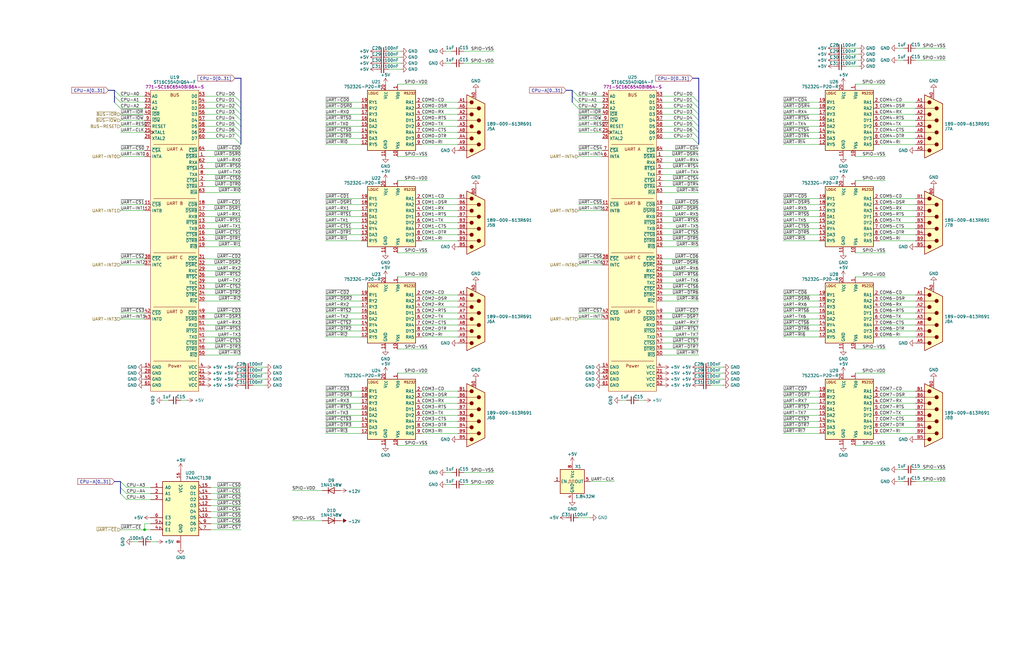
<source format=kicad_sch>
(kicad_sch (version 20230121) (generator eeschema)
  (paper "USLedger")
  (junction (at 60.96 223.52))
  (bus_entry (at 241.3 43.18) (size 2.54 2.54))
  (bus_entry (at 292.1 58.42) (size 2.54 2.54))
  (bus_entry (at 292.1 50.8) (size 2.54 2.54))
  (bus_entry (at 99.06 50.8) (size 2.54 2.54))
  (bus_entry (at 48.26 38.1) (size 2.54 2.54))
  (bus_entry (at 292.1 40.64) (size 2.54 2.54))
  (bus_entry (at 292.1 45.72) (size 2.54 2.54))
  (bus_entry (at 99.06 58.42) (size 2.54 2.54))
  (bus_entry (at 241.3 38.1) (size 2.54 2.54))
  (bus_entry (at 50.8 203.2) (size 2.54 2.54))
  (bus_entry (at 292.1 55.88) (size 2.54 2.54))
  (bus_entry (at 99.06 48.26) (size 2.54 2.54))
  (bus_entry (at 99.06 45.72) (size 2.54 2.54))
  (bus_entry (at 50.8 205.74) (size 2.54 2.54))
  (bus_entry (at 99.06 53.34) (size 2.54 2.54))
  (bus_entry (at 99.06 40.64) (size 2.54 2.54))
  (bus_entry (at 48.26 40.64) (size 2.54 2.54))
  (bus_entry (at 50.8 208.28) (size 2.54 2.54))
  (bus_entry (at 99.06 43.18) (size 2.54 2.54))
  (bus_entry (at 99.06 55.88) (size 2.54 2.54))
  (bus_entry (at 241.3 40.64) (size 2.54 2.54))
  (bus_entry (at 292.1 53.34) (size 2.54 2.54))
  (bus_entry (at 292.1 43.18) (size 2.54 2.54))
  (bus_entry (at 48.26 43.18) (size 2.54 2.54))
  (bus_entry (at 292.1 48.26) (size 2.54 2.54))
  (wire (pts (xy 177.8 137.16) (xy 193.04 137.16)))
  (bus (pts (xy 101.6 48.26) (xy 101.6 50.8)))
  (wire (pts (xy 177.8 83.82) (xy 193.04 83.82)))
  (wire (pts (xy 370.84 175.26) (xy 386.08 175.26)))
  (wire (pts (xy 177.8 129.54) (xy 193.04 129.54)))
  (wire (pts (xy 279.4 116.84) (xy 294.64 116.84)))
  (wire (pts (xy 152.4 48.26) (xy 137.16 48.26)))
  (wire (pts (xy 370.84 127) (xy 386.08 127)))
  (wire (pts (xy 177.8 124.46) (xy 193.04 124.46)))
  (wire (pts (xy 86.36 43.18) (xy 99.06 43.18)))
  (wire (pts (xy 361.95 25.4) (xy 356.87 25.4)))
  (wire (pts (xy 152.4 167.64) (xy 137.16 167.64)))
  (wire (pts (xy 271.78 168.91) (xy 269.24 168.91)))
  (wire (pts (xy 370.84 129.54) (xy 386.08 129.54)))
  (wire (pts (xy 180.34 116.84) (xy 167.64 116.84)))
  (wire (pts (xy 304.8 160.02) (xy 299.72 160.02)))
  (wire (pts (xy 345.44 83.82) (xy 330.2 83.82)))
  (wire (pts (xy 60.96 223.52) (xy 63.5 223.52)))
  (wire (pts (xy 152.4 180.34) (xy 137.16 180.34)))
  (wire (pts (xy 152.4 50.8) (xy 137.16 50.8)))
  (wire (pts (xy 50.8 48.26) (xy 60.96 48.26)))
  (bus (pts (xy 45.72 38.1) (xy 48.26 38.1)))
  (wire (pts (xy 177.8 99.06) (xy 193.04 99.06)))
  (wire (pts (xy 50.8 86.36) (xy 60.96 86.36)))
  (wire (pts (xy 152.4 124.46) (xy 137.16 124.46)))
  (wire (pts (xy 86.36 116.84) (xy 101.6 116.84)))
  (wire (pts (xy 243.84 55.88) (xy 254 55.88)))
  (wire (pts (xy 187.96 21.59) (xy 190.5 21.59)))
  (wire (pts (xy 86.36 132.08) (xy 101.6 132.08)))
  (wire (pts (xy 243.84 48.26) (xy 254 48.26)))
  (wire (pts (xy 111.76 157.48) (xy 106.68 157.48)))
  (bus (pts (xy 101.6 53.34) (xy 101.6 55.88)))
  (wire (pts (xy 177.8 55.88) (xy 193.04 55.88)))
  (wire (pts (xy 370.84 124.46) (xy 386.08 124.46)))
  (wire (pts (xy 345.44 50.8) (xy 330.2 50.8)))
  (wire (pts (xy 68.58 168.91) (xy 71.12 168.91)))
  (wire (pts (xy 152.4 91.44) (xy 137.16 91.44)))
  (wire (pts (xy 279.4 45.72) (xy 292.1 45.72)))
  (wire (pts (xy 86.36 78.74) (xy 101.6 78.74)))
  (wire (pts (xy 86.36 48.26) (xy 99.06 48.26)))
  (wire (pts (xy 86.36 50.8) (xy 99.06 50.8)))
  (wire (pts (xy 279.4 119.38) (xy 294.64 119.38)))
  (bus (pts (xy 101.6 58.42) (xy 101.6 60.96)))
  (wire (pts (xy 152.4 127) (xy 137.16 127)))
  (wire (pts (xy 370.84 48.26) (xy 386.08 48.26)))
  (wire (pts (xy 279.4 134.62) (xy 294.64 134.62)))
  (wire (pts (xy 378.46 198.12) (xy 381 198.12)))
  (wire (pts (xy 304.8 154.94) (xy 299.72 154.94)))
  (bus (pts (xy 294.64 58.42) (xy 294.64 60.96)))
  (wire (pts (xy 78.74 168.91) (xy 76.2 168.91)))
  (wire (pts (xy 177.8 86.36) (xy 193.04 86.36)))
  (bus (pts (xy 48.26 203.2) (xy 50.8 203.2)))
  (bus (pts (xy 99.06 33.02) (xy 101.6 33.02)))
  (wire (pts (xy 177.8 177.8) (xy 193.04 177.8)))
  (wire (pts (xy 111.76 162.56) (xy 106.68 162.56)))
  (wire (pts (xy 259.08 203.2) (xy 248.92 203.2)))
  (wire (pts (xy 86.36 99.06) (xy 101.6 99.06)))
  (wire (pts (xy 177.8 88.9) (xy 193.04 88.9)))
  (wire (pts (xy 88.9 213.36) (xy 101.6 213.36)))
  (wire (pts (xy 177.8 50.8) (xy 193.04 50.8)))
  (wire (pts (xy 279.4 104.14) (xy 294.64 104.14)))
  (wire (pts (xy 152.4 165.1) (xy 137.16 165.1)))
  (wire (pts (xy 86.36 55.88) (xy 99.06 55.88)))
  (wire (pts (xy 345.44 139.7) (xy 330.2 139.7)))
  (wire (pts (xy 86.36 139.7) (xy 101.6 139.7)))
  (wire (pts (xy 330.2 60.96) (xy 345.44 60.96)))
  (wire (pts (xy 279.4 43.18) (xy 292.1 43.18)))
  (wire (pts (xy 370.84 101.6) (xy 386.08 101.6)))
  (wire (pts (xy 370.84 60.96) (xy 386.08 60.96)))
  (wire (pts (xy 279.4 55.88) (xy 292.1 55.88)))
  (bus (pts (xy 48.26 40.64) (xy 48.26 38.1)))
  (wire (pts (xy 279.4 149.86) (xy 294.64 149.86)))
  (wire (pts (xy 88.9 220.98) (xy 101.6 220.98)))
  (bus (pts (xy 241.3 40.64) (xy 241.3 38.1)))
  (wire (pts (xy 152.4 53.34) (xy 137.16 53.34)))
  (wire (pts (xy 279.4 63.5) (xy 294.64 63.5)))
  (wire (pts (xy 88.9 208.28) (xy 101.6 208.28)))
  (wire (pts (xy 345.44 180.34) (xy 330.2 180.34)))
  (bus (pts (xy 241.3 43.18) (xy 241.3 40.64)))
  (wire (pts (xy 177.8 127) (xy 193.04 127)))
  (wire (pts (xy 345.44 86.36) (xy 330.2 86.36)))
  (wire (pts (xy 177.8 165.1) (xy 193.04 165.1)))
  (wire (pts (xy 86.36 127) (xy 101.6 127)))
  (bus (pts (xy 101.6 50.8) (xy 101.6 53.34)))
  (wire (pts (xy 123.19 207.01) (xy 135.89 207.01)))
  (wire (pts (xy 152.4 172.72) (xy 137.16 172.72)))
  (wire (pts (xy 86.36 86.36) (xy 101.6 86.36)))
  (wire (pts (xy 370.84 167.64) (xy 386.08 167.64)))
  (wire (pts (xy 86.36 63.5) (xy 101.6 63.5)))
  (wire (pts (xy 279.4 111.76) (xy 294.64 111.76)))
  (wire (pts (xy 86.36 104.14) (xy 101.6 104.14)))
  (wire (pts (xy 248.92 218.44) (xy 243.84 218.44)))
  (wire (pts (xy 123.19 219.71) (xy 135.89 219.71)))
  (wire (pts (xy 373.38 76.2) (xy 360.68 76.2)))
  (wire (pts (xy 370.84 177.8) (xy 386.08 177.8)))
  (wire (pts (xy 177.8 45.72) (xy 193.04 45.72)))
  (wire (pts (xy 111.76 160.02) (xy 106.68 160.02)))
  (wire (pts (xy 86.36 109.22) (xy 101.6 109.22)))
  (wire (pts (xy 86.36 142.24) (xy 101.6 142.24)))
  (wire (pts (xy 370.84 91.44) (xy 386.08 91.44)))
  (wire (pts (xy 180.34 66.04) (xy 167.64 66.04)))
  (wire (pts (xy 86.36 149.86) (xy 101.6 149.86)))
  (wire (pts (xy 63.5 205.74) (xy 53.34 205.74)))
  (wire (pts (xy 345.44 132.08) (xy 330.2 132.08)))
  (bus (pts (xy 294.64 55.88) (xy 294.64 58.42)))
  (wire (pts (xy 279.4 142.24) (xy 294.64 142.24)))
  (wire (pts (xy 279.4 114.3) (xy 294.64 114.3)))
  (wire (pts (xy 370.84 170.18) (xy 386.08 170.18)))
  (wire (pts (xy 177.8 101.6) (xy 193.04 101.6)))
  (wire (pts (xy 50.8 50.8) (xy 60.96 50.8)))
  (wire (pts (xy 86.36 137.16) (xy 101.6 137.16)))
  (wire (pts (xy 187.96 204.47) (xy 190.5 204.47)))
  (wire (pts (xy 345.44 99.06) (xy 330.2 99.06)))
  (wire (pts (xy 345.44 172.72) (xy 330.2 172.72)))
  (wire (pts (xy 373.38 106.68) (xy 360.68 106.68)))
  (wire (pts (xy 168.91 21.59) (xy 163.83 21.59)))
  (wire (pts (xy 279.4 132.08) (xy 294.64 132.08)))
  (wire (pts (xy 279.4 40.64) (xy 292.1 40.64)))
  (wire (pts (xy 177.8 48.26) (xy 193.04 48.26)))
  (wire (pts (xy 345.44 96.52) (xy 330.2 96.52)))
  (wire (pts (xy 180.34 76.2) (xy 167.64 76.2)))
  (wire (pts (xy 177.8 175.26) (xy 193.04 175.26)))
  (wire (pts (xy 370.84 45.72) (xy 386.08 45.72)))
  (wire (pts (xy 152.4 177.8) (xy 137.16 177.8)))
  (wire (pts (xy 177.8 182.88) (xy 193.04 182.88)))
  (wire (pts (xy 177.8 132.08) (xy 193.04 132.08)))
  (wire (pts (xy 152.4 99.06) (xy 137.16 99.06)))
  (wire (pts (xy 279.4 53.34) (xy 292.1 53.34)))
  (wire (pts (xy 86.36 124.46) (xy 101.6 124.46)))
  (bus (pts (xy 294.64 43.18) (xy 294.64 33.02)))
  (wire (pts (xy 86.36 111.76) (xy 101.6 111.76)))
  (wire (pts (xy 101.6 81.28) (xy 86.36 81.28)))
  (wire (pts (xy 50.8 53.34) (xy 60.96 53.34)))
  (wire (pts (xy 86.36 119.38) (xy 101.6 119.38)))
  (wire (pts (xy 279.4 58.42) (xy 292.1 58.42)))
  (wire (pts (xy 86.36 45.72) (xy 99.06 45.72)))
  (wire (pts (xy 370.84 99.06) (xy 386.08 99.06)))
  (wire (pts (xy 88.9 223.52) (xy 101.6 223.52)))
  (wire (pts (xy 345.44 182.88) (xy 330.2 182.88)))
  (wire (pts (xy 370.84 172.72) (xy 386.08 172.72)))
  (wire (pts (xy 345.44 175.26) (xy 330.2 175.26)))
  (wire (pts (xy 279.4 71.12) (xy 294.64 71.12)))
  (wire (pts (xy 370.84 142.24) (xy 386.08 142.24)))
  (wire (pts (xy 111.76 154.94) (xy 106.68 154.94)))
  (wire (pts (xy 180.34 35.56) (xy 167.64 35.56)))
  (wire (pts (xy 243.84 53.34) (xy 254 53.34)))
  (wire (pts (xy 88.9 215.9) (xy 101.6 215.9)))
  (wire (pts (xy 243.84 132.08) (xy 254 132.08)))
  (wire (pts (xy 50.8 63.5) (xy 60.96 63.5)))
  (wire (pts (xy 86.36 53.34) (xy 99.06 53.34)))
  (wire (pts (xy 345.44 55.88) (xy 330.2 55.88)))
  (wire (pts (xy 373.38 147.32) (xy 360.68 147.32)))
  (wire (pts (xy 177.8 53.34) (xy 193.04 53.34)))
  (wire (pts (xy 152.4 139.7) (xy 137.16 139.7)))
  (wire (pts (xy 86.36 121.92) (xy 101.6 121.92)))
  (wire (pts (xy 243.84 109.22) (xy 254 109.22)))
  (wire (pts (xy 60.96 220.98) (xy 60.96 223.52)))
  (wire (pts (xy 345.44 48.26) (xy 330.2 48.26)))
  (wire (pts (xy 345.44 134.62) (xy 330.2 134.62)))
  (wire (pts (xy 361.95 22.86) (xy 356.87 22.86)))
  (wire (pts (xy 345.44 43.18) (xy 330.2 43.18)))
  (wire (pts (xy 152.4 182.88) (xy 137.16 182.88)))
  (wire (pts (xy 152.4 58.42) (xy 137.16 58.42)))
  (bus (pts (xy 294.64 50.8) (xy 294.64 53.34)))
  (wire (pts (xy 370.84 58.42) (xy 386.08 58.42)))
  (wire (pts (xy 177.8 43.18) (xy 193.04 43.18)))
  (wire (pts (xy 208.28 204.47) (xy 195.58 204.47)))
  (wire (pts (xy 398.78 25.4) (xy 386.08 25.4)))
  (wire (pts (xy 378.46 203.2) (xy 381 203.2)))
  (wire (pts (xy 86.36 147.32) (xy 101.6 147.32)))
  (wire (pts (xy 152.4 142.24) (xy 137.16 142.24)))
  (wire (pts (xy 50.8 223.52) (xy 60.96 223.52)))
  (wire (pts (xy 370.84 134.62) (xy 386.08 134.62)))
  (wire (pts (xy 304.8 162.56) (xy 299.72 162.56)))
  (wire (pts (xy 86.36 88.9) (xy 101.6 88.9)))
  (wire (pts (xy 152.4 88.9) (xy 137.16 88.9)))
  (wire (pts (xy 279.4 66.04) (xy 294.64 66.04)))
  (wire (pts (xy 373.38 187.96) (xy 360.68 187.96)))
  (wire (pts (xy 361.95 20.32) (xy 356.87 20.32)))
  (wire (pts (xy 208.28 199.39) (xy 195.58 199.39)))
  (wire (pts (xy 88.9 205.74) (xy 101.6 205.74)))
  (wire (pts (xy 279.4 109.22) (xy 294.64 109.22)))
  (wire (pts (xy 243.84 111.76) (xy 254 111.76)))
  (wire (pts (xy 243.84 88.9) (xy 254 88.9)))
  (wire (pts (xy 168.91 29.21) (xy 163.83 29.21)))
  (wire (pts (xy 187.96 199.39) (xy 190.5 199.39)))
  (wire (pts (xy 152.4 175.26) (xy 137.16 175.26)))
  (wire (pts (xy 370.84 96.52) (xy 386.08 96.52)))
  (bus (pts (xy 294.64 45.72) (xy 294.64 48.26)))
  (wire (pts (xy 373.38 66.04) (xy 360.68 66.04)))
  (wire (pts (xy 254 43.18) (xy 243.84 43.18)))
  (bus (pts (xy 294.64 43.18) (xy 294.64 45.72)))
  (wire (pts (xy 243.84 134.62) (xy 254 134.62)))
  (wire (pts (xy 177.8 96.52) (xy 193.04 96.52)))
  (wire (pts (xy 345.44 93.98) (xy 330.2 93.98)))
  (wire (pts (xy 370.84 93.98) (xy 386.08 93.98)))
  (wire (pts (xy 398.78 203.2) (xy 386.08 203.2)))
  (wire (pts (xy 345.44 167.64) (xy 330.2 167.64)))
  (wire (pts (xy 86.36 114.3) (xy 101.6 114.3)))
  (wire (pts (xy 180.34 147.32) (xy 167.64 147.32)))
  (wire (pts (xy 370.84 137.16) (xy 386.08 137.16)))
  (wire (pts (xy 279.4 121.92) (xy 294.64 121.92)))
  (wire (pts (xy 50.8 132.08) (xy 60.96 132.08)))
  (wire (pts (xy 177.8 167.64) (xy 193.04 167.64)))
  (wire (pts (xy 373.38 157.48) (xy 360.68 157.48)))
  (wire (pts (xy 152.4 137.16) (xy 137.16 137.16)))
  (wire (pts (xy 152.4 43.18) (xy 137.16 43.18)))
  (wire (pts (xy 345.44 88.9) (xy 330.2 88.9)))
  (wire (pts (xy 279.4 101.6) (xy 294.64 101.6)))
  (wire (pts (xy 86.36 66.04) (xy 101.6 66.04)))
  (wire (pts (xy 279.4 139.7) (xy 294.64 139.7)))
  (wire (pts (xy 168.91 24.13) (xy 163.83 24.13)))
  (wire (pts (xy 152.4 93.98) (xy 137.16 93.98)))
  (wire (pts (xy 254 45.72) (xy 243.84 45.72)))
  (wire (pts (xy 370.84 139.7) (xy 386.08 139.7)))
  (wire (pts (xy 370.84 165.1) (xy 386.08 165.1)))
  (bus (pts (xy 238.76 38.1) (xy 241.3 38.1)))
  (wire (pts (xy 86.36 58.42) (xy 99.06 58.42)))
  (wire (pts (xy 60.96 43.18) (xy 50.8 43.18)))
  (wire (pts (xy 50.8 88.9) (xy 60.96 88.9)))
  (wire (pts (xy 86.36 134.62) (xy 101.6 134.62)))
  (wire (pts (xy 50.8 111.76) (xy 60.96 111.76)))
  (wire (pts (xy 86.36 91.44) (xy 101.6 91.44)))
  (wire (pts (xy 345.44 127) (xy 330.2 127)))
  (wire (pts (xy 50.8 55.88) (xy 60.96 55.88)))
  (wire (pts (xy 152.4 45.72) (xy 137.16 45.72)))
  (wire (pts (xy 279.4 86.36) (xy 294.64 86.36)))
  (wire (pts (xy 279.4 91.44) (xy 294.64 91.44)))
  (wire (pts (xy 177.8 142.24) (xy 193.04 142.24)))
  (wire (pts (xy 152.4 83.82) (xy 137.16 83.82)))
  (wire (pts (xy 86.36 96.52) (xy 101.6 96.52)))
  (wire (pts (xy 398.78 198.12) (xy 386.08 198.12)))
  (wire (pts (xy 279.4 68.58) (xy 294.64 68.58)))
  (bus (pts (xy 101.6 55.88) (xy 101.6 58.42)))
  (wire (pts (xy 279.4 50.8) (xy 292.1 50.8)))
  (wire (pts (xy 177.8 93.98) (xy 193.04 93.98)))
  (wire (pts (xy 279.4 147.32) (xy 294.64 147.32)))
  (wire (pts (xy 279.4 137.16) (xy 294.64 137.16)))
  (wire (pts (xy 86.36 71.12) (xy 101.6 71.12)))
  (bus (pts (xy 101.6 43.18) (xy 101.6 45.72)))
  (wire (pts (xy 370.84 53.34) (xy 386.08 53.34)))
  (wire (pts (xy 243.84 63.5) (xy 254 63.5)))
  (wire (pts (xy 243.84 50.8) (xy 254 50.8)))
  (wire (pts (xy 370.84 83.82) (xy 386.08 83.82)))
  (wire (pts (xy 152.4 96.52) (xy 137.16 96.52)))
  (wire (pts (xy 345.44 177.8) (xy 330.2 177.8)))
  (wire (pts (xy 50.8 66.04) (xy 60.96 66.04)))
  (wire (pts (xy 345.44 142.24) (xy 330.2 142.24)))
  (wire (pts (xy 152.4 132.08) (xy 137.16 132.08)))
  (wire (pts (xy 60.96 45.72) (xy 50.8 45.72)))
  (wire (pts (xy 370.84 182.88) (xy 386.08 182.88)))
  (wire (pts (xy 370.84 86.36) (xy 386.08 86.36)))
  (wire (pts (xy 152.4 170.18) (xy 137.16 170.18)))
  (wire (pts (xy 378.46 25.4) (xy 381 25.4)))
  (wire (pts (xy 177.8 172.72) (xy 193.04 172.72)))
  (wire (pts (xy 86.36 76.2) (xy 101.6 76.2)))
  (bus (pts (xy 50.8 208.28) (xy 50.8 205.74)))
  (wire (pts (xy 243.84 86.36) (xy 254 86.36)))
  (bus (pts (xy 294.64 53.34) (xy 294.64 55.88)))
  (bus (pts (xy 48.26 43.18) (xy 48.26 40.64)))
  (wire (pts (xy 370.84 55.88) (xy 386.08 55.88)))
  (wire (pts (xy 86.36 144.78) (xy 101.6 144.78)))
  (wire (pts (xy 370.84 88.9) (xy 386.08 88.9)))
  (wire (pts (xy 279.4 48.26) (xy 292.1 48.26)))
  (wire (pts (xy 345.44 137.16) (xy 330.2 137.16)))
  (wire (pts (xy 88.9 210.82) (xy 101.6 210.82)))
  (wire (pts (xy 180.34 106.68) (xy 167.64 106.68)))
  (wire (pts (xy 152.4 101.6) (xy 137.16 101.6)))
  (wire (pts (xy 345.44 165.1) (xy 330.2 165.1)))
  (wire (pts (xy 152.4 55.88) (xy 137.16 55.88)))
  (wire (pts (xy 304.8 157.48) (xy 299.72 157.48)))
  (wire (pts (xy 86.36 101.6) (xy 101.6 101.6)))
  (wire (pts (xy 345.44 124.46) (xy 330.2 124.46)))
  (wire (pts (xy 373.38 116.84) (xy 360.68 116.84)))
  (wire (pts (xy 261.62 168.91) (xy 264.16 168.91)))
  (wire (pts (xy 208.28 26.67) (xy 195.58 26.67)))
  (wire (pts (xy 370.84 50.8) (xy 386.08 50.8)))
  (wire (pts (xy 279.4 76.2) (xy 294.64 76.2)))
  (wire (pts (xy 345.44 91.44) (xy 330.2 91.44)))
  (wire (pts (xy 279.4 78.74) (xy 294.64 78.74)))
  (bus (pts (xy 101.6 45.72) (xy 101.6 48.26)))
  (wire (pts (xy 63.5 220.98) (xy 60.96 220.98)))
  (wire (pts (xy 50.8 134.62) (xy 60.96 134.62)))
  (wire (pts (xy 177.8 60.96) (xy 193.04 60.96)))
  (wire (pts (xy 370.84 180.34) (xy 386.08 180.34)))
  (wire (pts (xy 86.36 93.98) (xy 101.6 93.98)))
  (wire (pts (xy 86.36 68.58) (xy 101.6 68.58)))
  (wire (pts (xy 370.84 43.18) (xy 386.08 43.18)))
  (wire (pts (xy 55.88 228.6) (xy 58.42 228.6)))
  (wire (pts (xy 66.04 228.6) (xy 63.5 228.6)))
  (bus (pts (xy 292.1 33.02) (xy 294.64 33.02)))
  (wire (pts (xy 152.4 129.54) (xy 137.16 129.54)))
  (wire (pts (xy 180.34 157.48) (xy 167.64 157.48)))
  (wire (pts (xy 63.5 210.82) (xy 53.34 210.82)))
  (wire (pts (xy 254 40.64) (xy 243.84 40.64)))
  (wire (pts (xy 345.44 53.34) (xy 330.2 53.34)))
  (wire (pts (xy 88.9 218.44) (xy 101.6 218.44)))
  (bus (pts (xy 101.6 43.18) (xy 101.6 33.02)))
  (wire (pts (xy 187.96 26.67) (xy 190.5 26.67)))
  (wire (pts (xy 63.5 208.28) (xy 53.34 208.28)))
  (wire (pts (xy 152.4 86.36) (xy 137.16 86.36)))
  (wire (pts (xy 177.8 180.34) (xy 193.04 180.34)))
  (wire (pts (xy 86.36 40.64) (xy 99.06 40.64)))
  (wire (pts (xy 168.91 26.67) (xy 163.83 26.67)))
  (bus (pts (xy 50.8 205.74) (xy 50.8 203.2)))
  (wire (pts (xy 279.4 144.78) (xy 294.64 144.78)))
  (wire (pts (xy 373.38 35.56) (xy 360.68 35.56)))
  (wire (pts (xy 279.4 93.98) (xy 294.64 93.98)))
  (wire (pts (xy 279.4 127) (xy 294.64 127)))
  (wire (pts (xy 177.8 58.42) (xy 193.04 58.42)))
  (wire (pts (xy 294.64 81.28) (xy 279.4 81.28)))
  (wire (pts (xy 345.44 45.72) (xy 330.2 45.72)))
  (wire (pts (xy 177.8 134.62) (xy 193.04 134.62)))
  (wire (pts (xy 370.84 132.08) (xy 386.08 132.08)))
  (wire (pts (xy 279.4 73.66) (xy 294.64 73.66)))
  (wire (pts (xy 279.4 99.06) (xy 294.64 99.06)))
  (wire (pts (xy 60.96 40.64) (xy 50.8 40.64)))
  (wire (pts (xy 208.28 21.59) (xy 195.58 21.59)))
  (wire (pts (xy 177.8 170.18) (xy 193.04 170.18)))
  (wire (pts (xy 345.44 170.18) (xy 330.2 170.18)))
  (wire (pts (xy 345.44 58.42) (xy 330.2 58.42)))
  (wire (pts (xy 86.36 73.66) (xy 101.6 73.66)))
  (wire (pts (xy 243.84 66.04) (xy 254 66.04)))
  (wire (pts (xy 177.8 91.44) (xy 193.04 91.44)))
  (wire (pts (xy 137.16 60.96) (xy 152.4 60.96)))
  (wire (pts (xy 345.44 101.6) (xy 330.2 101.6)))
  (wire (pts (xy 50.8 109.22) (xy 60.96 109.22)))
  (wire (pts (xy 345.44 129.54) (xy 330.2 129.54)))
  (wire (pts (xy 279.4 124.46) (xy 294.64 124.46)))
  (wire (pts (xy 177.8 139.7) (xy 193.04 139.7)))
  (wire (pts (xy 152.4 134.62) (xy 137.16 134.62)))
  (wire (pts (xy 398.78 20.32) (xy 386.08 20.32)))
  (wire (pts (xy 361.95 27.94) (xy 356.87 27.94)))
  (bus (pts (xy 294.64 48.26) (xy 294.64 50.8)))
  (wire (pts (xy 378.46 20.32) (xy 381 20.32)))
  (wire (pts (xy 180.34 187.96) (xy 167.64 187.96)))
  (wire (pts (xy 279.4 88.9) (xy 294.64 88.9)))
  (wire (pts (xy 279.4 96.52) (xy 294.64 96.52)))
  (label "~{UART-CTS5}" (at 330.2 96.52 0))
  (label "SPIO-VDD" (at 180.34 76.2 180))
  (label "UART-INT0" (at 50.8 66.04 0))
  (label "UART-INT7" (at 243.84 134.62 0))
  (label "COM7-RX" (at 370.84 170.18 0))
  (label "~{UART-DTR6}" (at 294.64 124.46 180))
  (label "SPIO-VDD" (at 123.19 207.01 0))
  (label "~{UART-CD7}" (at 294.64 132.08 180))
  (label "UART-RX3" (at 137.16 170.18 0))
  (label "UART-RESET" (at 243.84 53.34 0))
  (label "~{UART-RI2}" (at 101.6 127 180))
  (label "~{UART-CS2}" (at 101.6 210.82 180))
  (label "~{UART-CTS2}" (at 101.6 121.92 180))
  (label "CPU-D2" (at 292.1 45.72 180))
  (label "~{UART-DSR6}" (at 294.64 111.76 180))
  (label "UART-RX7" (at 330.2 170.18 0))
  (label "SPIO-VDD" (at 180.34 116.84 180))
  (label "CPU-D7" (at 292.1 58.42 180))
  (label "COM4-CTS" (at 370.84 55.88 0))
  (label "UART-RESET" (at 50.8 53.34 0))
  (label "~{UART-RI6}" (at 294.64 127 180))
  (label "~{UART-CE}" (at 50.8 223.52 0))
  (label "~{UART-IOR}" (at 243.84 48.26 0))
  (label "COM0-RX" (at 177.8 48.26 0))
  (label "~{UART-DTR4}" (at 294.64 78.74 180))
  (label "~{UART-RTS1}" (at 101.6 93.98 180))
  (label "COM5-RI" (at 370.84 101.6 0))
  (label "UART-CLK" (at 243.84 55.88 0))
  (label "COM2-RX" (at 177.8 129.54 0))
  (label "~{UART-DTR7}" (at 330.2 180.34 0))
  (label "UART-INT6" (at 243.84 111.76 0))
  (label "~{UART-DTR2}" (at 101.6 124.46 180))
  (label "~{UART-CTS6}" (at 294.64 121.92 180))
  (label "COM5-RX" (at 370.84 88.9 0))
  (label "~{UART-DTR0}" (at 101.6 78.74 180))
  (label "~{UART-CD5}" (at 294.64 86.36 180))
  (label "~{UART-DTR3}" (at 137.16 180.34 0))
  (label "~{UART-CS0}" (at 50.8 63.5 0))
  (label "SPIO-VSS" (at 208.28 21.59 180))
  (label "~{UART-CTS4}" (at 330.2 55.88 0))
  (label "~{UART-CTS1}" (at 101.6 99.06 180))
  (label "UART-TX1" (at 101.6 96.52 180))
  (label "COM4-RX" (at 370.84 48.26 0))
  (label "~{UART-CTS0}" (at 137.16 55.88 0))
  (label "COM3-DSR" (at 177.8 167.64 0))
  (label "~{UART-RTS5}" (at 294.64 93.98 180))
  (label "~{UART-CD2}" (at 101.6 109.22 180))
  (label "~{UART-RTS0}" (at 137.16 50.8 0))
  (label "UART-TX1" (at 137.16 93.98 0))
  (label "~{UART-CTS3}" (at 137.16 177.8 0))
  (label "COM6-DTR" (at 370.84 139.7 0))
  (label "~{UART-DSR7}" (at 294.64 134.62 180))
  (label "COM1-CD" (at 177.8 83.82 0))
  (label "SPIO-VSS" (at 373.38 187.96 180))
  (label "CPU-A1" (at 243.84 43.18 0))
  (label "UART-RX4" (at 330.2 48.26 0))
  (label "COM6-DSR" (at 370.84 127 0))
  (label "COM7-RTS" (at 370.84 172.72 0))
  (label "~{UART-DSR3}" (at 137.16 167.64 0))
  (label "UART-TX3" (at 101.6 142.24 180))
  (label "COM3-RI" (at 177.8 182.88 0))
  (label "~{UART-DSR4}" (at 330.2 45.72 0))
  (label "~{UART-CD6}" (at 294.64 109.22 180))
  (label "~{UART-DSR1}" (at 101.6 88.9 180))
  (label "CPU-A0" (at 50.8 40.64 0))
  (label "SPIO-VSS" (at 180.34 147.32 180))
  (label "UART-RX7" (at 294.64 137.16 180))
  (label "~{UART-DTR5}" (at 294.64 101.6 180))
  (label "UART-RX6" (at 294.64 114.3 180))
  (label "~{UART-RI7}" (at 330.2 182.88 0))
  (label "COM6-CD" (at 370.84 124.46 0))
  (label "~{UART-DSR2}" (at 101.6 111.76 180))
  (label "SPIO-VSS" (at 373.38 66.04 180))
  (label "COM7-DTR" (at 370.84 180.34 0))
  (label "COM0-TX" (at 177.8 53.34 0))
  (label "~{UART-RTS3}" (at 101.6 139.7 180))
  (label "CPU-D6" (at 99.06 55.88 180))
  (label "UART-TX4" (at 294.64 73.66 180))
  (label "UART-CLK" (at 259.08 203.2 180))
  (label "COM1-RI" (at 177.8 101.6 0))
  (label "~{UART-RI6}" (at 330.2 142.24 0))
  (label "~{UART-RTS2}" (at 101.6 116.84 180))
  (label "COM7-RI" (at 370.84 182.88 0))
  (label "~{UART-DSR6}" (at 330.2 127 0))
  (label "~{UART-RTS4}" (at 294.64 71.12 180))
  (label "~{UART-DTR6}" (at 330.2 139.7 0))
  (label "CPU-D2" (at 99.06 45.72 180))
  (label "COM0-CD" (at 177.8 43.18 0))
  (label "SPIO-VDD" (at 373.38 116.84 180))
  (label "~{UART-CS2}" (at 50.8 109.22 0))
  (label "UART-TX4" (at 330.2 53.34 0))
  (label "UART-RX3" (at 101.6 137.16 180))
  (label "~{UART-RI5}" (at 294.64 104.14 180))
  (label "~{UART-CTS1}" (at 137.16 96.52 0))
  (label "UART-TX5" (at 330.2 93.98 0))
  (label "~{UART-CTS0}" (at 101.6 76.2 180))
  (label "~{UART-RTS7}" (at 294.64 139.7 180))
  (label "UART-RX1" (at 101.6 91.44 180))
  (label "COM3-TX" (at 177.8 175.26 0))
  (label "COM3-CTS" (at 177.8 177.8 0))
  (label "COM4-TX" (at 370.84 53.34 0))
  (label "COM2-TX" (at 177.8 134.62 0))
  (label "COM2-RTS" (at 177.8 132.08 0))
  (label "~{UART-IOW}" (at 50.8 50.8 0))
  (label "~{UART-IOR}" (at 50.8 48.26 0))
  (label "COM3-CD" (at 177.8 165.1 0))
  (label "SPIO-VDD" (at 373.38 157.48 180))
  (label "SPIO-VSS" (at 180.34 66.04 180))
  (label "~{UART-CD7}" (at 330.2 165.1 0))
  (label "~{UART-RTS6}" (at 330.2 132.08 0))
  (label "~{UART-DTR1}" (at 101.6 101.6 180))
  (label "~{UART-CS6}" (at 243.84 109.22 0))
  (label "UART-RX5" (at 330.2 88.9 0))
  (label "UART-INT5" (at 243.84 88.9 0))
  (label "CPU-A0" (at 243.84 40.64 0))
  (label "~{UART-CD0}" (at 137.16 43.18 0))
  (label "COM4-RTS" (at 370.84 50.8 0))
  (label "SPIO-VDD" (at 208.28 204.47 180))
  (label "CPU-A3" (at 53.34 205.74 0))
  (label "~{UART-IOW}" (at 243.84 50.8 0))
  (label "UART-TX6" (at 294.64 119.38 180))
  (label "SPIO-VSS" (at 373.38 106.68 180))
  (label "~{UART-CTS7}" (at 330.2 177.8 0))
  (label "~{UART-DTR5}" (at 330.2 99.06 0))
  (label "COM0-RI" (at 177.8 60.96 0))
  (label "~{UART-RI2}" (at 137.16 142.24 0))
  (label "UART-TX3" (at 137.16 175.26 0))
  (label "COM0-CTS" (at 177.8 55.88 0))
  (label "~{UART-RTS6}" (at 294.64 116.84 180))
  (label "~{UART-DTR4}" (at 330.2 58.42 0))
  (label "~{UART-RI0}" (at 137.16 60.96 0))
  (label "UART-CLK" (at 50.8 55.88 0))
  (label "COM2-DTR" (at 177.8 139.7 0))
  (label "~{UART-CTS4}" (at 294.64 76.2 180))
  (label "UART-TX2" (at 137.16 134.62 0))
  (label "UART-RX4" (at 294.64 68.58 180))
  (label "COM4-DSR" (at 370.84 45.72 0))
  (label "~{UART-CTS7}" (at 294.64 144.78 180))
  (label "CPU-D0" (at 292.1 40.64 180))
  (label "~{UART-CS5}" (at 243.84 86.36 0))
  (label "UART-RX1" (at 137.16 88.9 0))
  (label "~{UART-CD1}" (at 101.6 86.36 180))
  (label "~{UART-CD4}" (at 330.2 43.18 0))
  (label "~{UART-RI4}" (at 330.2 60.96 0))
  (label "~{UART-RI7}" (at 294.64 149.86 180))
  (label "SPIO-VDD" (at 180.34 157.48 180))
  (label "~{UART-RI4}" (at 294.64 81.28 180))
  (label "~{UART-CS1}" (at 50.8 86.36 0))
  (label "COM0-RTS" (at 177.8 50.8 0))
  (label "~{UART-CTS2}" (at 137.16 137.16 0))
  (label "UART-TX0" (at 137.16 53.34 0))
  (label "CPU-A2" (at 243.84 45.72 0))
  (label "CPU-A4" (at 53.34 208.28 0))
  (label "~{UART-CD5}" (at 330.2 83.82 0))
  (label "~{UART-RI1}" (at 101.6 104.14 180))
  (label "COM3-DTR" (at 177.8 180.34 0))
  (label "SPIO-VSS" (at 398.78 198.12 180))
  (label "~{UART-DSR4}" (at 294.64 66.04 180))
  (label "~{UART-RTS1}" (at 137.16 91.44 0))
  (label "COM3-RTS" (at 177.8 172.72 0))
  (label "UART-TX5" (at 294.64 96.52 180))
  (label "~{UART-CS7}" (at 101.6 223.52 180))
  (label "COM2-CTS" (at 177.8 137.16 0))
  (label "SPIO-VSS" (at 123.19 219.71 0))
  (label "UART-RX5" (at 294.64 91.44 180))
  (label "~{UART-CS7}" (at 243.84 132.08 0))
  (label "COM1-RTS" (at 177.8 91.44 0))
  (label "UART-TX6" (at 330.2 134.62 0))
  (label "~{UART-CD0}" (at 101.6 63.5 180))
  (label "UART-RX0" (at 137.16 48.26 0))
  (label "COM7-DSR" (at 370.84 167.64 0))
  (label "COM2-DSR" (at 177.8 127 0))
  (label "CPU-D4" (at 99.06 50.8 180))
  (label "~{UART-CTS3}" (at 101.6 144.78 180))
  (label "COM5-DSR" (at 370.84 86.36 0))
  (label "~{UART-RI3}" (at 101.6 149.86 180))
  (label "CPU-D0" (at 99.06 40.64 180))
  (label "COM3-RX" (at 177.8 170.18 0))
  (label "~{UART-RI0}" (at 101.6 81.28 180))
  (label "COM2-RI" (at 177.8 142.24 0))
  (label "~{UART-DSR2}" (at 137.16 127 0))
  (label "UART-INT1" (at 50.8 88.9 0))
  (label "~{UART-RI5}" (at 330.2 101.6 0))
  (label "~{UART-CS3}" (at 101.6 213.36 180))
  (label "SPIO-VSS" (at 398.78 20.32 180))
  (label "COM7-CD" (at 370.84 165.1 0))
  (label "~{UART-CS5}" (at 101.6 218.44 180))
  (label "CPU-D7" (at 99.06 58.42 180))
  (label "COM4-CD" (at 370.84 43.18 0))
  (label "SPIO-VDD" (at 398.78 25.4 180))
  (label "COM5-DTR" (at 370.84 99.06 0))
  (label "UART-TX0" (at 101.6 73.66 180))
  (label "~{UART-DTR3}" (at 101.6 147.32 180))
  (label "COM0-DTR" (at 177.8 58.42 0))
  (label "COM7-CTS" (at 370.84 177.8 0))
  (label "UART-RX0" (at 101.6 68.58 180))
  (label "COM6-TX" (at 370.84 134.62 0))
  (label "CPU-D5" (at 99.06 53.34 180))
  (label "UART-RX2" (at 101.6 114.3 180))
  (label "COM6-RTS" (at 370.84 132.08 0))
  (label "~{UART-CS6}" (at 101.6 220.98 180))
  (label "SPIO-VSS" (at 208.28 199.39 180))
  (label "SPIO-VDD" (at 398.78 203.2 180))
  (label "COM2-CD" (at 177.8 124.46 0))
  (label "UART-TX2" (at 101.6 119.38 180))
  (label "~{UART-RI3}" (at 137.16 182.88 0))
  (label "~{UART-CD6}" (at 330.2 124.46 0))
  (label "CPU-D4" (at 292.1 50.8 180))
  (label "CPU-D1" (at 292.1 43.18 180))
  (label "COM1-DTR" (at 177.8 99.06 0))
  (label "~{UART-RTS3}" (at 137.16 172.72 0))
  (label "~{UART-CD1}" (at 137.16 83.82 0))
  (label "COM5-RTS" (at 370.84 91.44 0))
  (label "~{UART-RTS2}" (at 137.16 132.08 0))
  (label "CPU-A5" (at 53.34 210.82 0))
  (label "UART-TX7" (at 330.2 175.26 0))
  (label "~{UART-DSR0}" (at 137.16 45.72 0))
  (label "COM4-DTR" (at 370.84 58.42 0))
  (label "UART-INT4" (at 243.84 66.04 0))
  (label "UART-RX6" (at 330.2 129.54 0))
  (label "COM0-DSR" (at 177.8 45.72 0))
  (label "~{UART-DSR7}" (at 330.2 167.64 0))
  (label "~{UART-DSR5}" (at 294.64 88.9 180))
  (label "COM6-CTS" (at 370.84 137.16 0))
  (label "SPIO-VDD" (at 373.38 76.2 180))
  (label "~{UART-CTS6}" (at 330.2 137.16 0))
  (label "~{UART-RTS4}" (at 330.2 50.8 0))
  (label "~{UART-CD4}" (at 294.64 63.5 180))
  (label "~{UART-RTS0}" (at 101.6 71.12 180))
  (label "~{UART-CD3}" (at 137.16 165.1 0))
  (label "COM6-RI" (at 370.84 142.24 0))
  (label "~{UART-DSR1}" (at 137.16 86.36 0))
  (label "SPIO-VSS" (at 180.34 106.68 180))
  (label "UART-TX7" (at 294.64 142.24 180))
  (label "~{UART-DTR2}" (at 137.16 139.7 0))
  (label "CPU-D5" (at 292.1 53.34 180))
  (label "COM1-TX" (at 177.8 93.98 0))
  (label "~{UART-DSR0}" (at 101.6 66.04 180))
  (label "COM5-CTS" (at 370.84 96.52 0))
  (label "~{UART-DSR5}" (at 330.2 86.36 0))
  (label "UART-RX2" (at 137.16 129.54 0))
  (label "CPU-A2" (at 50.8 45.72 0))
  (label "~{UART-RTS7}" (at 330.2 172.72 0))
  (label "COM1-CTS" (at 177.8 96.52 0))
  (label "SPIO-VDD" (at 180.34 35.56 180))
  (label "SPIO-VDD" (at 208.28 26.67 180))
  (label "~{UART-CD2}" (at 137.16 124.46 0))
  (label "UART-INT3" (at 50.8 134.62 0))
  (label "~{UART-CS3}" (at 50.8 132.08 0))
  (label "~{UART-CD3}" (at 101.6 132.08 180))
  (label "~{UART-CS1}" (at 101.6 208.28 180))
  (label "CPU-A1" (at 50.8 43.18 0))
  (label "SPIO-VSS" (at 373.38 147.32 180))
  (label "~{UART-RTS5}" (at 330.2 91.44 0))
  (label "COM1-DSR" (at 177.8 86.36 0))
  (label "COM7-TX" (at 370.84 175.26 0))
  (label "~{UART-DTR1}" (at 137.16 99.06 0))
  (label "COM5-CD" (at 370.84 83.82 0))
  (label "CPU-D1" (at 99.06 43.18 180))
  (label "CPU-D6" (at 292.1 55.88 180))
  (label "SPIO-VSS" (at 180.34 187.96 180))
  (label "~{UART-DSR3}" (at 101.6 134.62 180))
  (label "~{UART-CTS5}" (at 294.64 99.06 180))
  (label "~{UART-CS4}" (at 243.84 63.5 0))
  (label "~{UART-DTR7}" (at 294.64 147.32 180))
  (label "COM4-RI" (at 370.84 60.96 0))
  (label "~{UART-DTR0}" (at 137.16 58.42 0))
  (label "COM5-TX" (at 370.84 93.98 0))
  (label "COM1-RX" (at 177.8 88.9 0))
  (label "~{UART-CS0}" (at 101.6 205.74 180))
  (label "COM6-RX" (at 370.84 129.54 0))
  (label "~{UART-CS4}" (at 101.6 215.9 180))
  (label "~{UART-RI1}" (at 137.16 101.6 0))
  (label "CPU-D3" (at 292.1 48.26 180))
  (label "SPIO-VDD" (at 373.38 35.56 180))
  (label "UART-INT2" (at 50.8 111.76 0))
  (label "CPU-D3" (at 99.06 48.26 180))
  (global_label "CPU-A[0..31]" (shape input) (at 48.26 203.2 180) (property "Intersheetrefs" "${INTERSHEET_REFS}" (effects hide)))
  (global_label "CPU-A[0..31]" (shape input) (at 45.72 38.1 180) (property "Intersheetrefs" "${INTERSHEET_REFS}" (effects hide)))
  (global_label "CPU-D[0..31]" (shape input) (at 292.1 33.02 180) (property "Intersheetrefs" "${INTERSHEET_REFS}" (effects hide)))
  (global_label "CPU-A[0..31]" (shape input) (at 238.76 38.1 180) (property "Intersheetrefs" "${INTERSHEET_REFS}" (effects hide)))
  (global_label "CPU-D[0..31]" (shape input) (at 99.06 33.02 180) (property "Intersheetrefs" "${INTERSHEET_REFS}" (effects hide)))
  (hierarchical_label "~{BUS-IOR}" (shape input) (at 50.8 48.26 180))
  (hierarchical_label "~{BUS-IOW}" (shape input) (at 50.8 50.8 180))
  (hierarchical_label "UART-INT4" (shape input) (at 243.84 66.04 180))
  (hierarchical_label "UART-INT7" (shape input) (at 243.84 134.62 180))
  (hierarchical_label "UART-INT3" (shape input) (at 50.8 134.62 180))
  (hierarchical_label "UART-INT5" (shape input) (at 243.84 88.9 180))
  (hierarchical_label "UART-INT0" (shape input) (at 50.8 66.04 180))
  (hierarchical_label "UART-INT1" (shape input) (at 50.8 88.9 180))
  (hierarchical_label "BUS-RESET" (shape input) (at 50.8 53.34 180))
  (hierarchical_label "UART-INT2" (shape input) (at 50.8 111.76 180))
  (hierarchical_label "UART-INT6" (shape input) (at 243.84 111.76 180))
  (hierarchical_label "~{UART-CE}" (shape input) (at 50.8 223.52 180))
  (symbol (lib_id "Device:C_Small") (at 354.33 25.4 90) (unit 1)
    (property "Reference" "C30" (at 351.79 24.13 90))
    (property "Value" "100nF" (at 358.14 24.13 90))
    (property "Footprint" "Capacitor_SMD:C_0402_1005Metric_Pad0.74x0.62mm_HandSolder" (effects hide))
    (property "JLC-Part" "https://jlcpcb.com/partdetail/1877-CL05B104KO5NNNC/C1525" (effects hide))
    (instances (project "MultiBASIC040" (path "" (reference "C30") (unit 1)) (path "" (reference "C39") (unit 1)) (path "" (reference "C92") (unit 1))))
  )
  (symbol (lib_id "Device:C_Small") (at 266.7 168.91 270) (unit 1)
    (property "Reference" "C15" (at 267.3374 167.4241 90) (effects (justify left)))
    (property "Value" "1uF" (at 261.6064 167.4241 90) (effects (justify left)))
    (property "Footprint" "Capacitor_SMD:C_0402_1005Metric_Pad0.74x0.62mm_HandSolder" (effects hide))
    (property "JLC-Part" "https://jlcpcb.com/partdetail/53938-CL05A105KA5NQNC/C52923" (effects hide))
    (property "Mouser-Part" "187-CL05A105KA5NQNC" (effects hide))
    (property "Notes" "JLC" (effects hide))
    (instances (project "Wrap030-ATX" (path "" (reference "C15") (unit 1)) (path "" (reference "C19") (unit 1)) (path "" (reference "C42") (unit 1)) (path "" (reference "C51") (unit 1))) (project "MultiBASIC040" (path "" (reference "C36") (unit 1)) (path "" (reference "C57") (unit 1)) (path "" (reference "C80") (unit 1))))
  )
  (symbol (lib_id "MultiBASIC040:Dual_DE9_Plug_MountingHoles") (at 393.7 53.34 0) (mirror x) (unit 1)
    (property "Reference" "J7" (at 398.272 54.364 0) (effects (justify left)))
    (property "Value" "189-009-613R691" (at 398.272 52.316 0) (effects (justify left)))
    (property "Footprint" "MultiBASIC040:Dualport-DE9" (effects hide))
    (property "Datasheet" "https://www.mouser.com/datasheet/2/296/189_YYY_613R481-3168496.pdf" (effects hide))
    (property "Mouser" "636-189-009-613R691" (effects hide))
    (property "Mouser-Part" "636-189-009-613R691" (effects hide))
  )
  (symbol (lib_id "power:GND") (at 378.46 203.2 270) (unit 1)
    (property "Reference" "#PWR045" (effects hide))
    (property "Value" "GND" (at 375.2851 203.2 90) (effects (justify right)))
    (instances (project "Wrap030-ATX" (path "" (reference "#PWR045") (unit 1)) (path "" (reference "#PWR0119") (unit 1)) (path "" (reference "#PWR0168") (unit 1))) (project "MultiBASIC040" (path "" (reference "#PWR0233") (unit 1)) (path "" (reference "#PWR031") (unit 1))))
  )
  (symbol (lib_id "MultiBASIC040:GD65232PW") (at 358.14 63.5 0) (mirror y) (unit 1)
    (property "Reference" "U26" (at 353.6441 34.52 0) (effects (justify left)))
    (property "Value" "75232G-P20-R" (at 353.6441 36.568 0) (effects (justify left)))
    (property "Footprint" "Package_SO:TSSOP-20_4.4x6.5mm_P0.65mm" (effects hide))
    (property "Datasheet" "http://www.ti.com/lit/ds/symlink/gd75232.pdf" (effects hide))
    (property "Mouser" "595-GD65232PWR" (effects hide))
    (property "Mouser-Part" "595-GD65232PWR" (effects hide))
    (property "JLC-Part" "https://jlcpcb.com/partdetail/utc_unisonic_tech-75232G_P20R/C171524" (effects hide))
  )
  (symbol (lib_id "power:+5V") (at 279.4 162.56 270) (unit 1)
    (property "Reference" "#PWR0138" (effects hide))
    (property "Value" "+5V" (at 282.575 162.56 90) (effects (justify left)))
    (instances (project "MultiBASIC040" (path "" (reference "#PWR0138") (unit 1)) (path "" (reference "#PWR0207") (unit 1)) (path "" (reference "#PWR0362") (unit 1))))
  )
  (symbol (lib_id "MultiBASIC040:GD65232PW") (at 358.14 144.78 0) (mirror y) (unit 1)
    (property "Reference" "U28" (at 353.6441 115.8 0) (effects (justify left)))
    (property "Value" "75232G-P20-R" (at 353.6441 117.848 0) (effects (justify left)))
    (property "Footprint" "Package_SO:TSSOP-20_4.4x6.5mm_P0.65mm" (effects hide))
    (property "Datasheet" "http://www.ti.com/lit/ds/symlink/gd75232.pdf" (effects hide))
    (property "Mouser" "595-GD65232PWR" (effects hide))
    (property "Mouser-Part" "595-GD65232PWR" (effects hide))
    (property "JLC-Part" "https://jlcpcb.com/partdetail/utc_unisonic_tech-75232G_P20R/C171524" (effects hide))
  )
  (symbol (lib_id "Device:C_Small") (at 383.54 25.4 270) (unit 1)
    (property "Reference" "C15" (at 384.1774 23.9141 90) (effects (justify left)))
    (property "Value" "1uF" (at 378.4464 23.9141 90) (effects (justify left)))
    (property "Footprint" "Capacitor_SMD:C_0402_1005Metric_Pad0.74x0.62mm_HandSolder" (effects hide))
    (property "JLC-Part" "https://jlcpcb.com/partdetail/53938-CL05A105KA5NQNC/C52923" (effects hide))
    (property "Mouser-Part" "187-CL05A105KA5NQNC" (effects hide))
    (property "Notes" "JLC" (effects hide))
    (instances (project "Wrap030-ATX" (path "" (reference "C15") (unit 1)) (path "" (reference "C19") (unit 1)) (path "" (reference "C42") (unit 1)) (path "" (reference "C51") (unit 1))) (project "MultiBASIC040" (path "" (reference "C36") (unit 1)) (path "" (reference "C57") (unit 1)) (path "" (reference "C101") (unit 1))))
  )
  (symbol (lib_id "power:+5V") (at 279.4 154.94 270) (unit 1)
    (property "Reference" "#PWR0129" (effects hide))
    (property "Value" "+5V" (at 282.575 154.94 90) (effects (justify left)))
    (instances (project "MultiBASIC040" (path "" (reference "#PWR0129") (unit 1)) (path "" (reference "#PWR0204") (unit 1)) (path "" (reference "#PWR0359") (unit 1))))
  )
  (symbol (lib_id "power:GND") (at 60.96 160.02 270) (mirror x) (unit 1)
    (property "Reference" "#PWR0137" (effects hide))
    (property "Value" "GND" (at 57.785 160.02 90) (effects (justify right)))
    (instances (project "MultiBASIC040" (path "" (reference "#PWR0137") (unit 1)) (path "" (reference "#PWR0242") (unit 1)) (path "" (reference "#PWR0323") (unit 1))))
  )
  (symbol (lib_id "power:+5V") (at 162.56 35.56 0) (unit 1)
    (property "Reference" "#PWR024" (effects hide))
    (property "Value" "+5V" (at 162.56 31.615 0))
    (instances (project "MultiBASIC040" (path "" (reference "#PWR024") (unit 1)) (path "" (reference "#PWR0264") (unit 1)) (path "" (reference "#PWR0295") (unit 1))))
  )
  (symbol (lib_id "power:GND") (at 304.8 160.02 90) (unit 1)
    (property "Reference" "#PWR0137" (effects hide))
    (property "Value" "GND" (at 307.975 160.02 90) (effects (justify right)))
    (instances (project "MultiBASIC040" (path "" (reference "#PWR0137") (unit 1)) (path "" (reference "#PWR0242") (unit 1)) (path "" (reference "#PWR0369") (unit 1))))
  )
  (symbol (lib_id "power:+5V") (at 351.79 27.94 90) (unit 1)
    (property "Reference" "#PWR0139" (effects hide))
    (property "Value" "+5V" (at 348.6151 27.94 90) (effects (justify left)))
    (instances (project "MultiBASIC040" (path "" (reference "#PWR0139") (unit 1)) (path "" (reference "#PWR0215") (unit 1)) (path "" (reference "#PWR0411") (unit 1))))
  )
  (symbol (lib_id "power:GND") (at 304.8 154.94 90) (unit 1)
    (property "Reference" "#PWR0131" (effects hide))
    (property "Value" "GND" (at 307.975 154.94 90) (effects (justify right)))
    (instances (project "MultiBASIC040" (path "" (reference "#PWR0131") (unit 1)) (path "" (reference "#PWR0220") (unit 1)) (path "" (reference "#PWR0367") (unit 1))))
  )
  (symbol (lib_id "power:GND") (at 355.6 66.04 0) (unit 1)
    (property "Reference" "#PWR045" (effects hide))
    (property "Value" "GND" (at 355.6 70.1755 0))
    (instances (project "Wrap030-ATX" (path "" (reference "#PWR045") (unit 1)) (path "" (reference "#PWR0119") (unit 1)) (path "" (reference "#PWR0168") (unit 1))) (project "MultiBASIC040" (path "" (reference "#PWR0233") (unit 1)) (path "" (reference "#PWR0372") (unit 1))))
  )
  (symbol (lib_id "MultiBASIC040:Dual_DE9_Plug_MountingHoles") (at 200.66 53.34 0) (mirror x) (unit 1)
    (property "Reference" "J5" (at 205.232 54.364 0) (effects (justify left)))
    (property "Value" "189-009-613R691" (at 205.232 52.316 0) (effects (justify left)))
    (property "Footprint" "MultiBASIC040:Dualport-DE9" (effects hide))
    (property "Datasheet" "https://www.mouser.com/datasheet/2/296/189_YYY_613R481-3168496.pdf" (effects hide))
    (property "Mouser" "636-189-009-613R691" (effects hide))
    (property "Mouser-Part" "636-189-009-613R691" (effects hide))
  )
  (symbol (lib_id "MultiBASIC040:Dual_DE9_Plug_MountingHoles") (at 393.7 134.62 0) (mirror x) (unit 1)
    (property "Reference" "J8" (at 398.272 135.644 0) (effects (justify left)))
    (property "Value" "189-009-613R691" (at 398.272 133.596 0) (effects (justify left)))
    (property "Footprint" "MultiBASIC040:Dualport-DE9" (effects hide))
    (property "Datasheet" "https://www.mouser.com/datasheet/2/296/189_YYY_613R481-3168496.pdf" (effects hide))
    (property "Mouser" "636-189-009-613R691" (effects hide))
    (property "Mouser-Part" "636-189-009-613R691" (effects hide))
  )
  (symbol (lib_id "power:GND") (at 393.7 38.1 180) (unit 1)
    (property "Reference" "#PWR045" (effects hide))
    (property "Value" "GND" (at 393.7 34.155 0))
    (instances (project "Wrap030-ATX" (path "" (reference "#PWR045") (unit 1)) (path "" (reference "#PWR0119") (unit 1)) (path "" (reference "#PWR0168") (unit 1))) (project "MultiBASIC040" (path "" (reference "#PWR0233") (unit 1)) (path "" (reference "#PWR0383") (unit 1))))
  )
  (symbol (lib_id "power:+5V") (at 279.4 160.02 270) (unit 1)
    (property "Reference" "#PWR0135" (effects hide))
    (property "Value" "+5V" (at 282.575 160.02 90) (effects (justify left)))
    (instances (project "MultiBASIC040" (path "" (reference "#PWR0135") (unit 1)) (path "" (reference "#PWR0206") (unit 1)) (path "" (reference "#PWR0361") (unit 1))))
  )
  (symbol (lib_id "power:+5V") (at 86.36 157.48 270) (unit 1)
    (property "Reference" "#PWR0132" (effects hide))
    (property "Value" "+5V" (at 89.535 157.48 90) (effects (justify left)))
    (instances (project "MultiBASIC040" (path "" (reference "#PWR0132") (unit 1)) (path "" (reference "#PWR0205") (unit 1)) (path "" (reference "#PWR0305") (unit 1))))
  )
  (symbol (lib_id "power:GND") (at 241.3 210.82 0) (unit 1)
    (property "Reference" "#PWR08" (effects hide))
    (property "Value" "GND" (at 241.3 214.765 0))
    (instances (project "MultiBASIC040" (path "" (reference "#PWR08") (unit 1)) (path "" (reference "#PWR0388") (unit 1))))
  )
  (symbol (lib_id "power:GND") (at 162.56 147.32 0) (unit 1)
    (property "Reference" "#PWR045" (effects hide))
    (property "Value" "GND" (at 162.56 151.4555 0))
    (instances (project "Wrap030-ATX" (path "" (reference "#PWR045") (unit 1)) (path "" (reference "#PWR0119") (unit 1)) (path "" (reference "#PWR0168") (unit 1))) (project "MultiBASIC040" (path "" (reference "#PWR0233") (unit 1)) (path "" (reference "#PWR0342") (unit 1))))
  )
  (symbol (lib_id "power:GND") (at 200.66 38.1 180) (unit 1)
    (property "Reference" "#PWR045" (effects hide))
    (property "Value" "GND" (at 200.66 34.155 0))
    (instances (project "Wrap030-ATX" (path "" (reference "#PWR045") (unit 1)) (path "" (reference "#PWR0119") (unit 1)) (path "" (reference "#PWR0168") (unit 1))) (project "MultiBASIC040" (path "" (reference "#PWR0233") (unit 1)) (path "" (reference "#PWR0348") (unit 1))))
  )
  (symbol (lib_id "power:+5V") (at 63.5 218.44 90) (unit 1)
    (property "Reference" "#PWR024" (effects hide))
    (property "Value" "+5V" (at 60.3251 218.44 90) (effects (justify left)))
    (instances (project "MultiBASIC040" (path "" (reference "#PWR024") (unit 1)) (path "" (reference "#PWR0264") (unit 1)) (path "" (reference "#PWR0302") (unit 1))))
  )
  (symbol (lib_id "Device:C_Small") (at 104.14 157.48 90) (unit 1)
    (property "Reference" "C29" (at 101.6 156.21 90))
    (property "Value" "100nF" (at 107.95 156.21 90))
    (property "Footprint" "Capacitor_SMD:C_0402_1005Metric_Pad0.74x0.62mm_HandSolder" (effects hide))
    (property "JLC-Part" "https://jlcpcb.com/partdetail/1877-CL05B104KO5NNNC/C1525" (effects hide))
    (instances (project "MultiBASIC040" (path "" (reference "C29") (unit 1)) (path "" (reference "C38") (unit 1)) (path "" (reference "C76") (unit 1))))
  )
  (symbol (lib_id "power:+5V") (at 294.64 162.56 90) (unit 1)
    (property "Reference" "#PWR0139" (effects hide))
    (property "Value" "+5V" (at 291.4651 162.56 90) (effects (justify left)))
    (instances (project "MultiBASIC040" (path "" (reference "#PWR0139") (unit 1)) (path "" (reference "#PWR0215") (unit 1)) (path "" (reference "#PWR0366") (unit 1))))
  )
  (symbol (lib_id "power:+5V") (at 158.75 26.67 90) (unit 1)
    (property "Reference" "#PWR0136" (effects hide))
    (property "Value" "+5V" (at 155.5751 26.67 90) (effects (justify left)))
    (instances (project "MultiBASIC040" (path "" (reference "#PWR0136") (unit 1)) (path "" (reference "#PWR0214") (unit 1)) (path "" (reference "#PWR0402") (unit 1))))
  )
  (symbol (lib_id "Device:C_Small") (at 297.18 162.56 90) (unit 1)
    (property "Reference" "C31" (at 294.64 161.29 90))
    (property "Value" "100nF" (at 300.99 161.29 90))
    (property "Footprint" "Capacitor_SMD:C_0402_1005Metric_Pad0.74x0.62mm_HandSolder" (effects hide))
    (property "JLC-Part" "https://jlcpcb.com/partdetail/1877-CL05B104KO5NNNC/C1525" (effects hide))
    (instances (project "MultiBASIC040" (path "" (reference "C31") (unit 1)) (path "" (reference "C40") (unit 1)) (path "" (reference "C84") (unit 1))))
  )
  (symbol (lib_id "power:GND") (at 254 157.48 270) (mirror x) (unit 1)
    (property "Reference" "#PWR0134" (effects hide))
    (property "Value" "GND" (at 250.825 157.48 90) (effects (justify right)))
    (instances (project "MultiBASIC040" (path "" (reference "#PWR0134") (unit 1)) (path "" (reference "#PWR0221") (unit 1)) (path "" (reference "#PWR0354") (unit 1))))
  )
  (symbol (lib_id "power:+5V") (at 76.2 198.12 0) (unit 1)
    (property "Reference" "#PWR024" (effects hide))
    (property "Value" "+5V" (at 76.2 194.175 0))
    (instances (project "MultiBASIC040" (path "" (reference "#PWR024") (unit 1)) (path "" (reference "#PWR0264") (unit 1)) (path "" (reference "#PWR0287") (unit 1))))
  )
  (symbol (lib_id "power:+5V") (at 351.79 25.4 90) (unit 1)
    (property "Reference" "#PWR0136" (effects hide))
    (property "Value" "+5V" (at 348.6151 25.4 90) (effects (justify left)))
    (instances (project "MultiBASIC040" (path "" (reference "#PWR0136") (unit 1)) (path "" (reference "#PWR0214") (unit 1)) (path "" (reference "#PWR0410") (unit 1))))
  )
  (symbol (lib_id "Device:C_Small") (at 297.18 154.94 90) (unit 1)
    (property "Reference" "C28" (at 294.64 153.67 90))
    (property "Value" "100nF" (at 300.99 153.67 90))
    (property "Footprint" "Capacitor_SMD:C_0402_1005Metric_Pad0.74x0.62mm_HandSolder" (effects hide))
    (property "JLC-Part" "https://jlcpcb.com/partdetail/1877-CL05B104KO5NNNC/C1525" (effects hide))
    (instances (project "MultiBASIC040" (path "" (reference "C28") (unit 1)) (path "" (reference "C37") (unit 1)) (path "" (reference "C81") (unit 1))))
  )
  (symbol (lib_id "power:GND") (at 386.08 185.42 270) (unit 1)
    (property "Reference" "#PWR045" (effects hide))
    (property "Value" "GND" (at 382.9051 185.42 90) (effects (justify right)))
    (instances (project "Wrap030-ATX" (path "" (reference "#PWR045") (unit 1)) (path "" (reference "#PWR0119") (unit 1)) (path "" (reference "#PWR0168") (unit 1))) (project "MultiBASIC040" (path "" (reference "#PWR0233") (unit 1)) (path "" (reference "#PWR0382") (unit 1))))
  )
  (symbol (lib_id "74xx:74LS138") (at 76.2 213.36 0) (unit 1)
    (property "Reference" "U20" (at 78.1559 199.62 0) (effects (justify left)))
    (property "Value" "74AHCT138" (at 78.1559 201.668 0) (effects (justify left)))
    (property "Footprint" "Package_SO:TSSOP-16_4.4x5mm_P0.65mm" (effects hide))
    (property "Datasheet" "http://www.ti.com/lit/gpn/sn74LS138" (effects hide))
    (property "JLC-Part" "https://jlcpcb.com/partdetail/TexasInstruments-SN74AHCT138PWR/C8205" (effects hide))
  )
  (symbol (lib_id "MultiBASIC040:Dual_DE9_Plug_MountingHoles") (at 200.66 93.98 0) (mirror x) (unit 2)
    (property "Reference" "J5" (at 205.232 95.004 0) (effects (justify left)))
    (property "Value" "189-009-613R691" (at 205.232 92.956 0) (effects (justify left)))
    (property "Footprint" "MultiBASIC040:Dualport-DE9" (effects hide))
    (property "Datasheet" "https://www.mouser.com/datasheet/2/296/189_YYY_613R481-3168496.pdf" (effects hide))
    (property "Mouser" "636-189-009-613R691" (effects hide))
    (property "Mouser-Part" "636-189-009-613R691" (effects hide))
  )
  (symbol (lib_id "MultiBASIC040:GD65232PW") (at 165.1 63.5 0) (mirror y) (unit 1)
    (property "Reference" "U21" (at 160.6041 34.52 0) (effects (justify left)))
    (property "Value" "75232G-P20-R" (at 160.6041 36.568 0) (effects (justify left)))
    (property "Footprint" "Package_SO:TSSOP-20_4.4x6.5mm_P0.65mm" (effects hide))
    (property "Datasheet" "http://www.ti.com/lit/ds/symlink/gd75232.pdf" (effects hide))
    (property "Mouser" "595-GD65232PWR" (effects hide))
    (property "Mouser-Part" "595-GD65232PWR" (effects hide))
    (property "JLC-Part" "https://jlcpcb.com/partdetail/utc_unisonic_tech-75232G_P20R/C171524" (effects hide))
  )
  (symbol (lib_id "MultiBASIC040:Dual_DE9_Plug_MountingHoles") (at 393.7 175.26 0) (mirror x) (unit 2)
    (property "Reference" "J8" (at 398.272 176.284 0) (effects (justify left)))
    (property "Value" "189-009-613R691" (at 398.272 174.236 0) (effects (justify left)))
    (property "Footprint" "MultiBASIC040:Dualport-DE9" (effects hide))
    (property "Datasheet" "https://www.mouser.com/datasheet/2/296/189_YYY_613R481-3168496.pdf" (effects hide))
    (property "Mouser" "636-189-009-613R691" (effects hide))
    (property "Mouser-Part" "636-189-009-613R691" (effects hide))
  )
  (symbol (lib_id "Device:C_Small") (at 161.29 21.59 90) (unit 1)
    (property "Reference" "C28" (at 158.75 20.32 90))
    (property "Value" "100nF" (at 165.1 20.32 90))
    (property "Footprint" "Capacitor_SMD:C_0402_1005Metric_Pad0.74x0.62mm_HandSolder" (effects hide))
    (property "JLC-Part" "https://jlcpcb.com/partdetail/1877-CL05B104KO5NNNC/C1525" (effects hide))
    (instances (project "MultiBASIC040" (path "" (reference "C28") (unit 1)) (path "" (reference "C37") (unit 1)) (path "" (reference "C86") (unit 1))))
  )
  (symbol (lib_id "power:GND") (at 111.76 157.48 90) (unit 1)
    (property "Reference" "#PWR0134" (effects hide))
    (property "Value" "GND" (at 114.935 157.48 90) (effects (justify right)))
    (instances (project "MultiBASIC040" (path "" (reference "#PWR0134") (unit 1)) (path "" (reference "#PWR0221") (unit 1)) (path "" (reference "#PWR0334") (unit 1))))
  )
  (symbol (lib_id "power:GND") (at 200.66 78.74 180) (unit 1)
    (property "Reference" "#PWR045" (effects hide))
    (property "Value" "GND" (at 200.66 74.795 0))
    (instances (project "Wrap030-ATX" (path "" (reference "#PWR045") (unit 1)) (path "" (reference "#PWR0119") (unit 1)) (path "" (reference "#PWR0168") (unit 1))) (project "MultiBASIC040" (path "" (reference "#PWR0233") (unit 1)) (path "" (reference "#PWR0347") (unit 1))))
  )
  (symbol (lib_id "Diode:1N4004") (at 139.7 207.01 0) (unit 1)
    (property "Reference" "D9" (at 139.7 202.7301 0))
    (property "Value" "1N4148W" (at 139.7 204.6511 0))
    (property "Footprint" "Diode_SMD:D_SOD-123" (effects hide))
    (property "Sim.Device" "D" (effects hide))
    (property "Sim.Pins" "1=K 2=A" (effects hide))
    (property "JLC-Part" "https://jlcpcb.com/partdetail/st_semtech-1N4148W/C81598" (effects hide))
    (property "Mouser-Part" "833-1N4148W-TP" (effects hide))
    (property "Notes" "JLC" (effects hide))
    (instances (project "Wrap030-ATX" (path "" (reference "D9") (unit 1))) (project "MultiBASIC040" (path "" (reference "D17") (unit 1))))
  )
  (symbol (lib_id "power:GND") (at 355.6 106.68 0) (unit 1)
    (property "Reference" "#PWR045" (effects hide))
    (property "Value" "GND" (at 355.6 110.8155 0))
    (instances (project "Wrap030-ATX" (path "" (reference "#PWR045") (unit 1)) (path "" (reference "#PWR0119") (unit 1)) (path "" (reference "#PWR0168") (unit 1))) (project "MultiBASIC040" (path "" (reference "#PWR0233") (unit 1)) (path "" (reference "#PWR0374") (unit 1))))
  )
  (symbol (lib_id "Device:C_Small") (at 161.29 26.67 90) (unit 1)
    (property "Reference" "C30" (at 158.75 25.4 90))
    (property "Value" "100nF" (at 165.1 25.4 90))
    (property "Footprint" "Capacitor_SMD:C_0402_1005Metric_Pad0.74x0.62mm_HandSolder" (effects hide))
    (property "JLC-Part" "https://jlcpcb.com/partdetail/1877-CL05B104KO5NNNC/C1525" (effects hide))
    (instances (project "MultiBASIC040" (path "" (reference "C30") (unit 1)) (path "" (reference "C39") (unit 1)) (path "" (reference "C88") (unit 1))))
  )
  (symbol (lib_id "power:GND") (at 254 160.02 270) (mirror x) (unit 1)
    (property "Reference" "#PWR0137" (effects hide))
    (property "Value" "GND" (at 250.825 160.02 90) (effects (justify right)))
    (instances (project "MultiBASIC040" (path "" (reference "#PWR0137") (unit 1)) (path "" (reference "#PWR0242") (unit 1)) (path "" (reference "#PWR0355") (unit 1))))
  )
  (symbol (lib_id "power:+5V") (at 271.78 168.91 270) (unit 1)
    (property "Reference" "#PWR024" (effects hide))
    (property "Value" "+5V" (at 274.955 168.91 90) (effects (justify left)))
    (instances (project "MultiBASIC040" (path "" (reference "#PWR024") (unit 1)) (path "" (reference "#PWR0264") (unit 1)) (path "" (reference "#PWR0339") (unit 1))))
  )
  (symbol (lib_id "Device:C_Small") (at 297.18 160.02 90) (unit 1)
    (property "Reference" "C30" (at 294.64 158.75 90))
    (property "Value" "100nF" (at 300.99 158.75 90))
    (property "Footprint" "Capacitor_SMD:C_0402_1005Metric_Pad0.74x0.62mm_HandSolder" (effects hide))
    (property "JLC-Part" "https://jlcpcb.com/partdetail/1877-CL05B104KO5NNNC/C1525" (effects hide))
    (instances (project "MultiBASIC040" (path "" (reference "C30") (unit 1)) (path "" (reference "C39") (unit 1)) (path "" (reference "C83") (unit 1))))
  )
  (symbol (lib_id "power:GND") (at 248.92 218.44 90) (unit 1)
    (property "Reference" "#PWR0140" (effects hide))
    (property "Value" "GND" (at 252.095 218.44 90) (effects (justify right)))
    (instances (project "MultiBASIC040" (path "" (reference "#PWR0140") (unit 1)) (path "" (reference "#PWR0243") (unit 1)) (path "" (reference "#PWR0390") (unit 1))))
  )
  (symbol (lib_id "MultiBASIC040:Dual_DE9_Plug_MountingHoles") (at 200.66 134.62 0) (mirror x) (unit 1)
    (property "Reference" "J6" (at 205.232 135.644 0) (effects (justify left)))
    (property "Value" "189-009-613R691" (at 205.232 133.596 0) (effects (justify left)))
    (property "Footprint" "MultiBASIC040:Dualport-DE9" (effects hide))
    (property "Datasheet" "https://www.mouser.com/datasheet/2/296/189_YYY_613R481-3168496.pdf" (effects hide))
    (property "Mouser" "636-189-009-613R691" (effects hide))
    (property "Mouser-Part" "636-189-009-613R691" (effects hide))
  )
  (symbol (lib_id "power:+5V") (at 355.6 35.56 0) (unit 1)
    (property "Reference" "#PWR024" (effects hide))
    (property "Value" "+5V" (at 355.6 31.615 0))
    (instances (project "MultiBASIC040" (path "" (reference "#PWR024") (unit 1)) (path "" (reference "#PWR0264") (unit 1)) (path "" (reference "#PWR0301") (unit 1))))
  )
  (symbol (lib_id "power:+5V") (at 294.64 160.02 90) (unit 1)
    (property "Reference" "#PWR0136" (effects hide))
    (property "Value" "+5V" (at 291.4651 160.02 90) (effects (justify left)))
    (instances (project "MultiBASIC040" (path "" (reference "#PWR0136") (unit 1)) (path "" (reference "#PWR0214") (unit 1)) (path "" (reference "#PWR0365") (unit 1))))
  )
  (symbol (lib_id "power:GND") (at 60.96 154.94 270) (mirror x) (unit 1)
    (property "Reference" "#PWR0131" (effects hide))
    (property "Value" "GND" (at 57.785 154.94 90) (effects (justify right)))
    (instances (project "MultiBASIC040" (path "" (reference "#PWR0131") (unit 1)) (path "" (reference "#PWR0220") (unit 1)) (path "" (reference "#PWR0308") (unit 1))))
  )
  (symbol (lib_id "power:GND") (at 193.04 63.5 270) (unit 1)
    (property "Reference" "#PWR045" (effects hide))
    (property "Value" "GND" (at 189.8651 63.5 90) (effects (justify right)))
    (instances (project "Wrap030-ATX" (path "" (reference "#PWR045") (unit 1)) (path "" (reference "#PWR0119") (unit 1)) (path "" (reference "#PWR0168") (unit 1))) (project "MultiBASIC040" (path "" (reference "#PWR0233") (unit 1)) (path "" (reference "#PWR0345") (unit 1))))
  )
  (symbol (lib_id "power:+5V") (at 294.64 154.94 90) (unit 1)
    (property "Reference" "#PWR0130" (effects hide))
    (property "Value" "+5V" (at 291.4651 154.94 90) (effects (justify left)))
    (instances (project "MultiBASIC040" (path "" (reference "#PWR0130") (unit 1)) (path "" (reference "#PWR0212") (unit 1)) (path "" (reference "#PWR0363") (unit 1))))
  )
  (symbol (lib_id "power:+5V") (at 355.6 157.48 0) (unit 1)
    (property "Reference" "#PWR024" (effects hide))
    (property "Value" "+5V" (at 355.6 153.535 0))
    (instances (project "MultiBASIC040" (path "" (reference "#PWR024") (unit 1)) (path "" (reference "#PWR0264") (unit 1)) (path "" (reference "#PWR0337") (unit 1))))
  )
  (symbol (lib_id "power:GND") (at 162.56 106.68 0) (unit 1)
    (property "Reference" "#PWR045" (effects hide))
    (property "Value" "GND" (at 162.56 110.8155 0))
    (instances (project "Wrap030-ATX" (path "" (reference "#PWR045") (unit 1)) (path "" (reference "#PWR0119") (unit 1)) (path "" (reference "#PWR0168") (unit 1))) (project "MultiBASIC040" (path "" (reference "#PWR0233") (unit 1)) (path "" (reference "#PWR0340") (unit 1))))
  )
  (symbol (lib_id "MultiBASIC040:16C654") (at 73.66 38.1 0) (unit 1)
    (property "Reference" "U19" (at 73.66 32.599 0))
    (property "Value" "ST16C554DIQ64-F" (at 73.66 34.647 0))
    (property "Footprint" "Package_QFP:LQFP-64_10x10mm_P0.5mm" (effects hide))
    (property "Datasheet" "https://www.mouser.com/datasheet/2/302/SC16C654B_654DB-3139794.pdf" (effects hide))
    (property "Mouser" "771-SC16C654DBIB64-S" (at 73.66 36.695 0))
    (property "Mouser-Part" "771-SC16C654DBIB64-S" (effects hide))
    (property "JLC-Part" "https://jlcpcb.com/partdetail/Maxlinear-ST16C554DIQ64F/C60458" (effects hide))
  )
  (symbol (lib_id "Device:C_Small") (at 354.33 20.32 90) (unit 1)
    (property "Reference" "C28" (at 351.79 19.05 90))
    (property "Value" "100nF" (at 358.14 19.05 90))
    (property "Footprint" "Capacitor_SMD:C_0402_1005Metric_Pad0.74x0.62mm_HandSolder" (effects hide))
    (property "JLC-Part" "https://jlcpcb.com/partdetail/1877-CL05B104KO5NNNC/C1525" (effects hide))
    (instances (project "MultiBASIC040" (path "" (reference "C28") (unit 1)) (path "" (reference "C37") (unit 1)) (path "" (reference "C90") (unit 1))))
  )
  (symbol (lib_id "Device:C_Small") (at 193.04 204.47 270) (unit 1)
    (property "Reference" "C15" (at 193.6774 202.9841 90) (effects (justify left)))
    (property "Value" "1uF" (at 187.9464 202.9841 90) (effects (justify left)))
    (property "Footprint" "Capacitor_SMD:C_0402_1005Metric_Pad0.74x0.62mm_HandSolder" (effects hide))
    (property "JLC-Part" "https://jlcpcb.com/partdetail/53938-CL05A105KA5NQNC/C52923" (effects hide))
    (property "Mouser-Part" "187-CL05A105KA5NQNC" (effects hide))
    (property "Notes" "JLC" (effects hide))
    (instances (project "Wrap030-ATX" (path "" (reference "C15") (unit 1)) (path "" (reference "C19") (unit 1)) (path "" (reference "C42") (unit 1)) (path "" (reference "C51") (unit 1))) (project "MultiBASIC040" (path "" (reference "C36") (unit 1)) (path "" (reference "C57") (unit 1)) (path "" (reference "C107") (unit 1))))
  )
  (symbol (lib_id "Device:C_Small") (at 73.66 168.91 270) (unit 1)
    (property "Reference" "C15" (at 74.2974 167.4241 90) (effects (justify left)))
    (property "Value" "1uF" (at 68.5664 167.4241 90) (effects (justify left)))
    (property "Footprint" "Capacitor_SMD:C_0402_1005Metric_Pad0.74x0.62mm_HandSolder" (effects hide))
    (property "JLC-Part" "https://jlcpcb.com/partdetail/53938-CL05A105KA5NQNC/C52923" (effects hide))
    (property "Mouser-Part" "187-CL05A105KA5NQNC" (effects hide))
    (property "Notes" "JLC" (effects hide))
    (instances (project "Wrap030-ATX" (path "" (reference "C15") (unit 1)) (path "" (reference "C19") (unit 1)) (path "" (reference "C42") (unit 1)) (path "" (reference "C51") (unit 1))) (project "MultiBASIC040" (path "" (reference "C36") (unit 1)) (path "" (reference "C57") (unit 1)) (path "" (reference "C79") (unit 1))))
  )
  (symbol (lib_id "power:GND") (at 304.8 162.56 90) (unit 1)
    (property "Reference" "#PWR0140" (effects hide))
    (property "Value" "GND" (at 307.975 162.56 90) (effects (justify right)))
    (instances (project "MultiBASIC040" (path "" (reference "#PWR0140") (unit 1)) (path "" (reference "#PWR0243") (unit 1)) (path "" (reference "#PWR0370") (unit 1))))
  )
  (symbol (lib_id "power:GND") (at 200.66 119.38 180) (unit 1)
    (property "Reference" "#PWR045" (effects hide))
    (property "Value" "GND" (at 200.66 115.435 0))
    (instances (project "Wrap030-ATX" (path "" (reference "#PWR045") (unit 1)) (path "" (reference "#PWR0119") (unit 1)) (path "" (reference "#PWR0168") (unit 1))) (project "MultiBASIC040" (path "" (reference "#PWR0233") (unit 1)) (path "" (reference "#PWR0351") (unit 1))))
  )
  (symbol (lib_id "power:GND") (at 76.2 231.14 0) (unit 1)
    (property "Reference" "#PWR04" (effects hide))
    (property "Value" "GND" (at 76.2 235.2755 0))
    (instances (project "Wrap030-ATX" (path "" (reference "#PWR04") (unit 1)) (path "" (reference "#PWR064") (unit 1)) (path "" (reference "#PWR0134") (unit 1)) (path "" (reference "#PWR0172") (unit 1))) (project "MultiBASIC040" (path "" (reference "#PWR0235") (unit 1)) (path "" (reference "#PWR0303") (unit 1))))
  )
  (symbol (lib_id "MultiBASIC040:GD65232PW") (at 358.14 104.14 0) (mirror y) (unit 1)
    (property "Reference" "U27" (at 353.6441 75.16 0) (effects (justify left)))
    (property "Value" "75232G-P20-R" (at 353.6441 77.208 0) (effects (justify left)))
    (property "Footprint" "Package_SO:TSSOP-20_4.4x6.5mm_P0.65mm" (effects hide))
    (property "Datasheet" "http://www.ti.com/lit/ds/symlink/gd75232.pdf" (effects hide))
    (property "Mouser" "595-GD65232PWR" (effects hide))
    (property "Mouser-Part" "595-GD65232PWR" (effects hide))
    (property "JLC-Part" "https://jlcpcb.com/partdetail/utc_unisonic_tech-75232G_P20R/C171524" (effects hide))
  )
  (symbol (lib_id "power:+5V") (at 355.6 76.2 0) (unit 1)
    (property "Reference" "#PWR024" (effects hide))
    (property "Value" "+5V" (at 355.6 72.255 0))
    (instances (project "MultiBASIC040" (path "" (reference "#PWR024") (unit 1)) (path "" (reference "#PWR0264") (unit 1)) (path "" (reference "#PWR0311") (unit 1))))
  )
  (symbol (lib_id "power:GND") (at 361.95 27.94 90) (unit 1)
    (property "Reference" "#PWR0140" (effects hide))
    (property "Value" "GND" (at 365.125 27.94 90) (effects (justify right)))
    (instances (project "MultiBASIC040" (path "" (reference "#PWR0140") (unit 1)) (path "" (reference "#PWR0243") (unit 1)) (path "" (reference "#PWR0415") (unit 1))))
  )
  (symbol (lib_id "power:+5V") (at 162.56 76.2 0) (unit 1)
    (property "Reference" "#PWR024" (effects hide))
    (property "Value" "+5V" (at 162.56 72.255 0))
    (instances (project "MultiBASIC040" (path "" (reference "#PWR024") (unit 1)) (path "" (reference "#PWR0264") (unit 1)) (path "" (reference "#PWR0294") (unit 1))))
  )
  (symbol (lib_id "power:+5V") (at 86.36 154.94 270) (unit 1)
    (property "Reference" "#PWR0129" (effects hide))
    (property "Value" "+5V" (at 89.535 154.94 90) (effects (justify left)))
    (instances (project "MultiBASIC040" (path "" (reference "#PWR0129") (unit 1)) (path "" (reference "#PWR0204") (unit 1)) (path "" (reference "#PWR0304") (unit 1))))
  )
  (symbol (lib_id "power:GND") (at 111.76 160.02 90) (unit 1)
    (property "Reference" "#PWR0137" (effects hide))
    (property "Value" "GND" (at 114.935 160.02 90) (effects (justify right)))
    (instances (project "MultiBASIC040" (path "" (reference "#PWR0137") (unit 1)) (path "" (reference "#PWR0242") (unit 1)) (path "" (reference "#PWR0335") (unit 1))))
  )
  (symbol (lib_id "power:GND") (at 111.76 154.94 90) (unit 1)
    (property "Reference" "#PWR0131" (effects hide))
    (property "Value" "GND" (at 114.935 154.94 90) (effects (justify right)))
    (instances (project "MultiBASIC040" (path "" (reference "#PWR0131") (unit 1)) (path "" (reference "#PWR0220") (unit 1)) (path "" (reference "#PWR0333") (unit 1))))
  )
  (symbol (lib_id "power:+5V") (at 162.56 116.84 0) (unit 1)
    (property "Reference" "#PWR024" (effects hide))
    (property "Value" "+5V" (at 162.56 112.895 0))
    (instances (project "MultiBASIC040" (path "" (reference "#PWR024") (unit 1)) (path "" (reference "#PWR0264") (unit 1)) (path "" (reference "#PWR0293") (unit 1))))
  )
  (symbol (lib_id "power:GND") (at 261.62 168.91 270) (unit 1)
    (property "Reference" "#PWR032" (effects hide))
    (property "Value" "GND" (at 257.4845 168.91 0))
    (instances (project "Wrap030-ATX" (path "" (reference "#PWR032") (unit 1)) (path "" (reference "#PWR048") (unit 1)) (path "" (reference "#PWR0116") (unit 1)) (path "" (reference "#PWR0139") (unit 1))) (project "MultiBASIC040" (path "" (reference "#PWR0203") (unit 1)) (path "" (reference "#PWR0267") (unit 1)) (path "" (reference "#PWR0357") (unit 1))))
  )
  (symbol (lib_id "MultiBASIC040:Dual_DE9_Plug_MountingHoles") (at 393.7 93.98 0) (mirror x) (unit 2)
    (property "Reference" "J7" (at 398.272 95.004 0) (effects (justify left)))
    (property "Value" "189-009-613R691" (at 398.272 92.956 0) (effects (justify left)))
    (property "Footprint" "MultiBASIC040:Dualport-DE9" (effects hide))
    (property "Datasheet" "https://www.mouser.com/datasheet/2/296/189_YYY_613R481-3168496.pdf" (effects hide))
    (property "Mouser" "636-189-009-613R691" (effects hide))
    (property "Mouser-Part" "636-189-009-613R691" (effects hide))
  )
  (symbol (lib_id "power:GND") (at 378.46 25.4 270) (unit 1)
    (property "Reference" "#PWR045" (effects hide))
    (property "Value" "GND" (at 375.2851 25.4 90) (effects (justify right)))
    (instances (project "Wrap030-ATX" (path "" (reference "#PWR045") (unit 1)) (path "" (reference "#PWR0119") (unit 1)) (path "" (reference "#PWR0168") (unit 1))) (project "MultiBASIC040" (path "" (reference "#PWR0233") (unit 1)) (path "" (reference "#PWR029") (unit 1))))
  )
  (symbol (lib_id "power:+5V") (at 86.36 160.02 270) (unit 1)
    (property "Reference" "#PWR0135" (effects hide))
    (property "Value" "+5V" (at 89.535 160.02 90) (effects (justify left)))
    (instances (project "MultiBASIC040" (path "" (reference "#PWR0135") (unit 1)) (path "" (reference "#PWR0206") (unit 1)) (path "" (reference "#PWR0306") (unit 1))))
  )
  (symbol (lib_id "MultiBASIC040:GD65232PW") (at 165.1 104.14 0) (mirror y) (unit 1)
    (property "Reference" "U22" (at 160.6041 75.16 0) (effects (justify left)))
    (property "Value" "75232G-P20-R" (at 160.6041 77.208 0) (effects (justify left)))
    (property "Footprint" "Package_SO:TSSOP-20_4.4x6.5mm_P0.65mm" (effects hide))
    (property "Datasheet" "http://www.ti.com/lit/ds/symlink/gd75232.pdf" (effects hide))
    (property "Mouser" "595-GD65232PWR" (effects hide))
    (property "Mouser-Part" "595-GD65232PWR" (effects hide))
    (property "JLC-Part" "https://jlcpcb.com/partdetail/utc_unisonic_tech-75232G_P20R/C171524" (effects hide))
  )
  (symbol (lib_id "power:-12V") (at 143.51 219.71 270) (unit 1)
    (property "Reference" "#PWR0261" (effects hide))
    (property "Value" "-12V" (at 146.685 220.0268 90) (effects (justify left)))
    (instances (project "Wrap030-ATX" (path "" (reference "#PWR0261") (unit 1)) (path "" (reference "#PWR0276") (unit 1)) (path "" (reference "#PWR0372") (unit 1))) (project "MultiBASIC040" (path "" (reference "#PWR0332") (unit 1))))
  )
  (symbol (lib_id "power:GND") (at 111.76 162.56 90) (unit 1)
    (property "Reference" "#PWR0140" (effects hide))
    (property "Value" "GND" (at 114.935 162.56 90) (effects (justify right)))
    (instances (project "MultiBASIC040" (path "" (reference "#PWR0140") (unit 1)) (path "" (reference "#PWR0243") (unit 1)) (path "" (reference "#PWR0336") (unit 1))))
  )
  (symbol (lib_id "power:GND") (at 68.58 168.91 270) (unit 1)
    (property "Reference" "#PWR032" (effects hide))
    (property "Value" "GND" (at 64.4445 168.91 0))
    (instances (project "Wrap030-ATX" (path "" (reference "#PWR032") (unit 1)) (path "" (reference "#PWR048") (unit 1)) (path "" (reference "#PWR0116") (unit 1)) (path "" (reference "#PWR0139") (unit 1))) (project "MultiBASIC040" (path "" (reference "#PWR0203") (unit 1)) (path "" (reference "#PWR0267") (unit 1)) (path "" (reference "#PWR0329") (unit 1))))
  )
  (symbol (lib_id "MultiBASIC040:GD65232PW") (at 165.1 185.42 0) (mirror y) (unit 1)
    (property "Reference" "U24" (at 160.6041 156.44 0) (effects (justify left)))
    (property "Value" "75232G-P20-R" (at 160.6041 158.488 0) (effects (justify left)))
    (property "Footprint" "Package_SO:TSSOP-20_4.4x6.5mm_P0.65mm" (effects hide))
    (property "Datasheet" "http://www.ti.com/lit/ds/symlink/gd75232.pdf" (effects hide))
    (property "Mouser" "595-GD65232PWR" (effects hide))
    (property "Mouser-Part" "595-GD65232PWR" (effects hide))
    (property "JLC-Part" "https://jlcpcb.com/partdetail/utc_unisonic_tech-75232G_P20R/C171524" (effects hide))
  )
  (symbol (lib_id "power:+12V") (at 143.51 207.01 270) (unit 1)
    (property "Reference" "#PWR0263" (effects hide))
    (property "Value" "+12V" (at 146.685 207.3268 90) (effects (justify left)))
    (instances (project "Wrap030-ATX" (path "" (reference "#PWR0263") (unit 1)) (path "" (reference "#PWR0273") (unit 1)) (path "" (reference "#PWR0371") (unit 1))) (project "MultiBASIC040" (path "" (reference "#PWR0331") (unit 1))))
  )
  (symbol (lib_id "power:+5V") (at 101.6 162.56 90) (unit 1)
    (property "Reference" "#PWR0139" (effects hide))
    (property "Value" "+5V" (at 98.4251 162.56 90) (effects (justify left)))
    (instances (project "MultiBASIC040" (path "" (reference "#PWR0139") (unit 1)) (path "" (reference "#PWR0215") (unit 1)) (path "" (reference "#PWR0328") (unit 1))))
  )
  (symbol (lib_id "power:GND") (at 168.91 24.13 90) (unit 1)
    (property "Reference" "#PWR0134" (effects hide))
    (property "Value" "GND" (at 172.085 24.13 90) (effects (justify right)))
    (instances (project "MultiBASIC040" (path "" (reference "#PWR0134") (unit 1)) (path "" (reference "#PWR0221") (unit 1)) (path "" (reference "#PWR0405") (unit 1))))
  )
  (symbol (lib_id "power:GND") (at 200.66 160.02 180) (unit 1)
    (property "Reference" "#PWR045" (effects hide))
    (property "Value" "GND" (at 200.66 156.075 0))
    (instances (project "Wrap030-ATX" (path "" (reference "#PWR045") (unit 1)) (path "" (reference "#PWR0119") (unit 1)) (path "" (reference "#PWR0168") (unit 1))) (project "MultiBASIC040" (path "" (reference "#PWR0233") (unit 1)) (path "" (reference "#PWR0352") (unit 1))))
  )
  (symbol (lib_id "power:+5V") (at 101.6 160.02 90) (unit 1)
    (property "Reference" "#PWR0136" (effects hide))
    (property "Value" "+5V" (at 98.4251 160.02 90) (effects (justify left)))
    (instances (project "MultiBASIC040" (path "" (reference "#PWR0136") (unit 1)) (path "" (reference "#PWR0214") (unit 1)) (path "" (reference "#PWR0327") (unit 1))))
  )
  (symbol (lib_id "power:+5V") (at 279.4 157.48 270) (unit 1)
    (property "Reference" "#PWR0132" (effects hide))
    (property "Value" "+5V" (at 282.575 157.48 90) (effects (justify left)))
    (instances (project "MultiBASIC040" (path "" (reference "#PWR0132") (unit 1)) (path "" (reference "#PWR0205") (unit 1)) (path "" (reference "#PWR0360") (unit 1))))
  )
  (symbol (lib_id "Device:C_Small") (at 60.96 228.6 270) (unit 1)
    (property "Reference" "C1" (at 61.5974 227.1141 90) (effects (justify left)))
    (property "Value" "100nF" (at 54.5964 227.1141 90) (effects (justify left)))
    (property "Footprint" "Capacitor_SMD:C_0402_1005Metric_Pad0.74x0.62mm_HandSolder" (effects hide))
    (property "JLC-Part" "https://jlcpcb.com/partdetail/1877-CL05B104KO5NNNC/C1525" (effects hide))
    (property "Mouser-Part" "187-CL05B104KO5NNNC" (effects hide))
    (property "Notes" "JLC" (effects hide))
    (instances (project "Wrap030-ATX" (path "" (reference "C1") (unit 1)) (path "" (reference "C27") (unit 1)) (path "" (reference "C50") (unit 1)) (path "" (reference "C62") (unit 1))) (project "MultiBASIC040" (path "" (reference "C48") (unit 1)) (path "" (reference "C74") (unit 1))))
  )
  (symbol (lib_id "Device:C_Small") (at 193.04 199.39 270) (unit 1)
    (property "Reference" "C15" (at 193.6774 197.9041 90) (effects (justify left)))
    (property "Value" "1uF" (at 187.9464 197.9041 90) (effects (justify left)))
    (property "Footprint" "Capacitor_SMD:C_0402_1005Metric_Pad0.74x0.62mm_HandSolder" (effects hide))
    (property "JLC-Part" "https://jlcpcb.com/partdetail/53938-CL05A105KA5NQNC/C52923" (effects hide))
    (property "Mouser-Part" "187-CL05A105KA5NQNC" (effects hide))
    (property "Notes" "JLC" (effects hide))
    (instances (project "Wrap030-ATX" (path "" (reference "C15") (unit 1)) (path "" (reference "C19") (unit 1)) (path "" (reference "C42") (unit 1)) (path "" (reference "C51") (unit 1))) (project "MultiBASIC040" (path "" (reference "C36") (unit 1)) (path "" (reference "C57") (unit 1)) (path "" (reference "C106") (unit 1))))
  )
  (symbol (lib_id "power:+5V") (at 66.04 228.6 270) (unit 1)
    (property "Reference" "#PWR024" (effects hide))
    (property "Value" "+5V" (at 69.215 228.6 90) (effects (justify left)))
    (instances (project "MultiBASIC040" (path "" (reference "#PWR024") (unit 1)) (path "" (reference "#PWR0264") (unit 1)) (path "" (reference "#PWR0299") (unit 1))))
  )
  (symbol (lib_id "MultiBASIC040:Dual_DE9_Plug_MountingHoles") (at 200.66 175.26 0) (mirror x) (unit 2)
    (property "Reference" "J6" (at 205.232 176.284 0) (effects (justify left)))
    (property "Value" "189-009-613R691" (at 205.232 174.236 0) (effects (justify left)))
    (property "Footprint" "MultiBASIC040:Dualport-DE9" (effects hide))
    (property "Datasheet" "https://www.mouser.com/datasheet/2/296/189_YYY_613R481-3168496.pdf" (effects hide))
    (property "Mouser" "636-189-009-613R691" (effects hide))
    (property "Mouser-Part" "636-189-009-613R691" (effects hide))
  )
  (symbol (lib_id "power:GND") (at 386.08 63.5 270) (unit 1)
    (property "Reference" "#PWR045" (effects hide))
    (property "Value" "GND" (at 382.9051 63.5 90) (effects (justify right)))
    (instances (project "Wrap030-ATX" (path "" (reference "#PWR045") (unit 1)) (path "" (reference "#PWR0119") (unit 1)) (path "" (reference "#PWR0168") (unit 1))) (project "MultiBASIC040" (path "" (reference "#PWR0233") (unit 1)) (path "" (reference "#PWR0379") (unit 1))))
  )
  (symbol (lib_id "Device:C_Small") (at 383.54 203.2 270) (unit 1)
    (property "Reference" "C15" (at 384.1774 201.7141 90) (effects (justify left)))
    (property "Value" "1uF" (at 378.4464 201.7141 90) (effects (justify left)))
    (property "Footprint" "Capacitor_SMD:C_0402_1005Metric_Pad0.74x0.62mm_HandSolder" (effects hide))
    (property "JLC-Part" "https://jlcpcb.com/partdetail/53938-CL05A105KA5NQNC/C52923" (effects hide))
    (property "Mouser-Part" "187-CL05A105KA5NQNC" (effects hide))
    (property "Notes" "JLC" (effects hide))
    (instances (project "Wrap030-ATX" (path "" (reference "C15") (unit 1)) (path "" (reference "C19") (unit 1)) (path "" (reference "C42") (unit 1)) (path "" (reference "C51") (unit 1))) (project "MultiBASIC040" (path "" (reference "C36") (unit 1)) (path "" (reference "C57") (unit 1)) (path "" (reference "C103") (unit 1))))
  )
  (symbol (lib_id "MultiBASIC040:GD65232PW") (at 165.1 144.78 0) (mirror y) (unit 1)
    (property "Reference" "U23" (at 160.6041 115.8 0) (effects (justify left)))
    (property "Value" "75232G-P20-R" (at 160.6041 117.848 0) (effects (justify left)))
    (property "Footprint" "Package_SO:TSSOP-20_4.4x6.5mm_P0.65mm" (effects hide))
    (property "Datasheet" "http://www.ti.com/lit/ds/symlink/gd75232.pdf" (effects hide))
    (property "Mouser" "595-GD65232PWR" (effects hide))
    (property "Mouser-Part" "595-GD65232PWR" (effects hide))
    (property "JLC-Part" "https://jlcpcb.com/partdetail/utc_unisonic_tech-75232G_P20R/C171524" (effects hide))
  )
  (symbol (lib_id "power:+5V") (at 294.64 157.48 90) (unit 1)
    (property "Reference" "#PWR0133" (effects hide))
    (property "Value" "+5V" (at 291.4651 157.48 90) (effects (justify left)))
    (instances (project "MultiBASIC040" (path "" (reference "#PWR0133") (unit 1)) (path "" (reference "#PWR0213") (unit 1)) (path "" (reference "#PWR0364") (unit 1))))
  )
  (symbol (lib_id "power:GND") (at 193.04 144.78 270) (unit 1)
    (property "Reference" "#PWR045" (effects hide))
    (property "Value" "GND" (at 189.8651 144.78 90) (effects (justify right)))
    (instances (project "Wrap030-ATX" (path "" (reference "#PWR045") (unit 1)) (path "" (reference "#PWR0119") (unit 1)) (path "" (reference "#PWR0168") (unit 1))) (project "MultiBASIC040" (path "" (reference "#PWR0233") (unit 1)) (path "" (reference "#PWR0349") (unit 1))))
  )
  (symbol (lib_id "power:+5V") (at 238.76 218.44 90) (unit 1)
    (property "Reference" "#PWR0139" (effects hide))
    (property "Value" "+5V" (at 235.5851 218.44 90) (effects (justify left)))
    (instances (project "MultiBASIC040" (path "" (reference "#PWR0139") (unit 1)) (path "" (reference "#PWR0215") (unit 1)) (path "" (reference "#PWR0389") (unit 1))))
  )
  (symbol (lib_id "power:+5V") (at 101.6 154.94 90) (unit 1)
    (property "Reference" "#PWR0130" (effects hide))
    (property "Value" "+5V" (at 98.4251 154.94 90) (effects (justify left)))
    (instances (project "MultiBASIC040" (path "" (reference "#PWR0130") (unit 1)) (path "" (reference "#PWR0212") (unit 1)) (path "" (reference "#PWR0325") (unit 1))))
  )
  (symbol (lib_id "power:GND") (at 187.96 26.67 270) (unit 1)
    (property "Reference" "#PWR045" (effects hide))
    (property "Value" "GND" (at 184.7851 26.67 90) (effects (justify right)))
    (instances (project "Wrap030-ATX" (path "" (reference "#PWR045") (unit 1)) (path "" (reference "#PWR0119") (unit 1)) (path "" (reference "#PWR0168") (unit 1))) (project "MultiBASIC040" (path "" (reference "#PWR0233") (unit 1)) (path "" (reference "#PWR033") (unit 1))))
  )
  (symbol (lib_id "Oscillator:CXO_DIP8") (at 241.3 203.2 0) (unit 1)
    (property "Reference" "X1" (at 243.84 196.85 0))
    (property "Value" "1.8432M" (at 242.57 209.55 0) (effects (justify left)))
    (property "Footprint" "Oscillator:Oscillator_DIP-8" (effects hide))
    (property "Datasheet" "http://cdn-reichelt.de/documents/datenblatt/B400/OSZI.pdf" (effects hide))
    (instances (project "MultiBASIC040" (path "" (reference "X1") (unit 1)) (path "" (reference "X2") (unit 1))))
  )
  (symbol (lib_id "power:GND") (at 386.08 144.78 270) (unit 1)
    (property "Reference" "#PWR045" (effects hide))
    (property "Value" "GND" (at 382.9051 144.78 90) (effects (justify right)))
    (instances (project "Wrap030-ATX" (path "" (reference "#PWR045") (unit 1)) (path "" (reference "#PWR0119") (unit 1)) (path "" (reference "#PWR0168") (unit 1))) (project "MultiBASIC040" (path "" (reference "#PWR0233") (unit 1)) (path "" (reference "#PWR0381") (unit 1))))
  )
  (symbol (lib_id "power:GND") (at 386.08 104.14 270) (unit 1)
    (property "Reference" "#PWR045" (effects hide))
    (property "Value" "GND" (at 382.9051 104.14 90) (effects (justify right)))
    (instances (project "Wrap030-ATX" (path "" (reference "#PWR045") (unit 1)) (path "" (reference "#PWR0119") (unit 1)) (path "" (reference "#PWR0168") (unit 1))) (project "MultiBASIC040" (path "" (reference "#PWR0233") (unit 1)) (path "" (reference "#PWR0380") (unit 1))))
  )
  (symbol (lib_id "power:GND") (at 254 162.56 270) (mirror x) (unit 1)
    (property "Reference" "#PWR0140" (effects hide))
    (property "Value" "GND" (at 250.825 162.56 90) (effects (justify right)))
    (instances (project "MultiBASIC040" (path "" (reference "#PWR0140") (unit 1)) (path "" (reference "#PWR0243") (unit 1)) (path "" (reference "#PWR0356") (unit 1))))
  )
  (symbol (lib_id "power:+5V") (at 351.79 20.32 90) (unit 1)
    (property "Reference" "#PWR0130" (effects hide))
    (property "Value" "+5V" (at 348.6151 20.32 90) (effects (justify left)))
    (instances (project "MultiBASIC040" (path "" (reference "#PWR0130") (unit 1)) (path "" (reference "#PWR0212") (unit 1)) (path "" (reference "#PWR0408") (unit 1))))
  )
  (symbol (lib_id "Device:C_Small") (at 161.29 24.13 90) (unit 1)
    (property "Reference" "C29" (at 158.75 22.86 90))
    (property "Value" "100nF" (at 165.1 22.86 90))
    (property "Footprint" "Capacitor_SMD:C_0402_1005Metric_Pad0.74x0.62mm_HandSolder" (effects hide))
    (property "JLC-Part" "https://jlcpcb.com/partdetail/1877-CL05B104KO5NNNC/C1525" (effects hide))
    (instances (project "MultiBASIC040" (path "" (reference "C29") (unit 1)) (path "" (reference "C38") (unit 1)) (path "" (reference "C87") (unit 1))))
  )
  (symbol (lib_id "Device:C_Small") (at 297.18 157.48 90) (unit 1)
    (property "Reference" "C29" (at 294.64 156.21 90))
    (property "Value" "100nF" (at 300.99 156.21 90))
    (property "Footprint" "Capacitor_SMD:C_0402_1005Metric_Pad0.74x0.62mm_HandSolder" (effects hide))
    (property "JLC-Part" "https://jlcpcb.com/partdetail/1877-CL05B104KO5NNNC/C1525" (effects hide))
    (instances (project "MultiBASIC040" (path "" (reference "C29") (unit 1)) (path "" (reference "C38") (unit 1)) (path "" (reference "C82") (unit 1))))
  )
  (symbol (lib_id "Device:C_Small") (at 193.04 21.59 270) (unit 1)
    (property "Reference" "C15" (at 193.6774 20.1041 90) (effects (justify left)))
    (property "Value" "1uF" (at 187.9464 20.1041 90) (effects (justify left)))
    (property "Footprint" "Capacitor_SMD:C_0402_1005Metric_Pad0.74x0.62mm_HandSolder" (effects hide))
    (property "JLC-Part" "https://jlcpcb.com/partdetail/53938-CL05A105KA5NQNC/C52923" (effects hide))
    (property "Mouser-Part" "187-CL05A105KA5NQNC" (effects hide))
    (property "Notes" "JLC" (effects hide))
    (instances (project "Wrap030-ATX" (path "" (reference "C15") (unit 1)) (path "" (reference "C19") (unit 1)) (path "" (reference "C42") (unit 1)) (path "" (reference "C51") (unit 1))) (project "MultiBASIC040" (path "" (reference "C36") (unit 1)) (path "" (reference "C57") (unit 1)) (path "" (reference "C104") (unit 1))))
  )
  (symbol (lib_id "power:GND") (at 187.96 199.39 270) (unit 1)
    (property "Reference" "#PWR045" (effects hide))
    (property "Value" "GND" (at 184.7851 199.39 90) (effects (justify right)))
    (instances (project "Wrap030-ATX" (path "" (reference "#PWR045") (unit 1)) (path "" (reference "#PWR0119") (unit 1)) (path "" (reference "#PWR0168") (unit 1))) (project "MultiBASIC040" (path "" (reference "#PWR0233") (unit 1)) (path "" (reference "#PWR034") (unit 1))))
  )
  (symbol (lib_id "MultiBASIC040:GD65232PW") (at 358.14 185.42 0) (mirror y) (unit 1)
    (property "Reference" "U29" (at 353.6441 156.44 0) (effects (justify left)))
    (property "Value" "75232G-P20-R" (at 353.6441 158.488 0) (effects (justify left)))
    (property "Footprint" "Package_SO:TSSOP-20_4.4x6.5mm_P0.65mm" (effects hide))
    (property "Datasheet" "http://www.ti.com/lit/ds/symlink/gd75232.pdf" (effects hide))
    (property "Mouser" "595-GD65232PWR" (effects hide))
    (property "Mouser-Part" "595-GD65232PWR" (effects hide))
    (property "JLC-Part" "https://jlcpcb.com/partdetail/utc_unisonic_tech-75232G_P20R/C171524" (effects hide))
  )
  (symbol (lib_id "Diode:1N4004") (at 139.7 219.71 0) (mirror y) (unit 1)
    (property "Reference" "D10" (at 139.7 215.4301 0))
    (property "Value" "1N4148W" (at 139.7 217.3511 0))
    (property "Footprint" "Diode_SMD:D_SOD-123" (effects hide))
    (property "Sim.Device" "D" (effects hide))
    (property "Sim.Pins" "1=K 2=A" (effects hide))
    (property "JLC-Part" "https://jlcpcb.com/partdetail/st_semtech-1N4148W/C81598" (effects hide))
    (property "Mouser-Part" "833-1N4148W-TP" (effects hide))
    (property "Notes" "JLC" (effects hide))
    (instances (project "Wrap030-ATX" (path "" (reference "D10") (unit 1))) (project "MultiBASIC040" (path "" (reference "D18") (unit 1))))
  )
  (symbol (lib_id "power:GND") (at 361.95 22.86 90) (unit 1)
    (property "Reference" "#PWR0134" (effects hide))
    (property "Value" "GND" (at 365.125 22.86 90) (effects (justify right)))
    (instances (project "MultiBASIC040" (path "" (reference "#PWR0134") (unit 1)) (path "" (reference "#PWR0221") (unit 1)) (path "" (reference "#PWR0413") (unit 1))))
  )
  (symbol (lib_id "power:GND") (at 361.95 25.4 90) (unit 1)
    (property "Reference" "#PWR0137" (effects hide))
    (property "Value" "GND" (at 365.125 25.4 90) (effects (justify right)))
    (instances (project "MultiBASIC040" (path "" (reference "#PWR0137") (unit 1)) (path "" (reference "#PWR0242") (unit 1)) (path "" (reference "#PWR0414") (unit 1))))
  )
  (symbol (lib_id "Device:C_Small") (at 383.54 20.32 270) (unit 1)
    (property "Reference" "C15" (at 384.1774 18.8341 90) (effects (justify left)))
    (property "Value" "1uF" (at 378.4464 18.8341 90) (effects (justify left)))
    (property "Footprint" "Capacitor_SMD:C_0402_1005Metric_Pad0.74x0.62mm_HandSolder" (effects hide))
    (property "JLC-Part" "https://jlcpcb.com/partdetail/53938-CL05A105KA5NQNC/C52923" (effects hide))
    (property "Mouser-Part" "187-CL05A105KA5NQNC" (effects hide))
    (property "Notes" "JLC" (effects hide))
    (instances (project "Wrap030-ATX" (path "" (reference "C15") (unit 1)) (path "" (reference "C19") (unit 1)) (path "" (reference "C42") (unit 1)) (path "" (reference "C51") (unit 1))) (project "MultiBASIC040" (path "" (reference "C36") (unit 1)) (path "" (reference "C57") (unit 1)) (path "" (reference "C100") (unit 1))))
  )
  (symbol (lib_id "power:GND") (at 162.56 66.04 0) (unit 1)
    (property "Reference" "#PWR045" (effects hide))
    (property "Value" "GND" (at 162.56 70.1755 0))
    (instances (project "Wrap030-ATX" (path "" (reference "#PWR045") (unit 1)) (path "" (reference "#PWR0119") (unit 1)) (path "" (reference "#PWR0168") (unit 1))) (project "MultiBASIC040" (path "" (reference "#PWR0233") (unit 1)) (path "" (reference "#PWR0338") (unit 1))))
  )
  (symbol (lib_id "power:GND") (at 193.04 104.14 270) (unit 1)
    (property "Reference" "#PWR045" (effects hide))
    (property "Value" "GND" (at 189.8651 104.14 90) (effects (justify right)))
    (instances (project "Wrap030-ATX" (path "" (reference "#PWR045") (unit 1)) (path "" (reference "#PWR0119") (unit 1)) (path "" (reference "#PWR0168") (unit 1))) (project "MultiBASIC040" (path "" (reference "#PWR0233") (unit 1)) (path "" (reference "#PWR0346") (unit 1))))
  )
  (symbol (lib_id "power:+5V") (at 351.79 22.86 90) (unit 1)
    (property "Reference" "#PWR0133" (effects hide))
    (property "Value" "+5V" (at 348.6151 22.86 90) (effects (justify left)))
    (instances (project "MultiBASIC040" (path "" (reference "#PWR0133") (unit 1)) (path "" (reference "#PWR0213") (unit 1)) (path "" (reference "#PWR0409") (unit 1))))
  )
  (symbol (lib_id "power:+5V") (at 86.36 162.56 270) (unit 1)
    (property "Reference" "#PWR0138" (effects hide))
    (property "Value" "+5V" (at 89.535 162.56 90) (effects (justify left)))
    (instances (project "MultiBASIC040" (path "" (reference "#PWR0138") (unit 1)) (path "" (reference "#PWR0207") (unit 1)) (path "" (reference "#PWR0307") (unit 1))))
  )
  (symbol (lib_id "power:GND") (at 168.91 21.59 90) (unit 1)
    (property "Reference" "#PWR0131" (effects hide))
    (property "Value" "GND" (at 172.085 21.59 90) (effects (justify right)))
    (instances (project "MultiBASIC040" (path "" (reference "#PWR0131") (unit 1)) (path "" (reference "#PWR0220") (unit 1)) (path "" (reference "#PWR0404") (unit 1))))
  )
  (symbol (lib_id "power:GND") (at 168.91 29.21 90) (unit 1)
    (property "Reference" "#PWR0140" (effects hide))
    (property "Value" "GND" (at 172.085 29.21 90) (effects (justify right)))
    (instances (project "MultiBASIC040" (path "" (reference "#PWR0140") (unit 1)) (path "" (reference "#PWR0243") (unit 1)) (path "" (reference "#PWR0407") (unit 1))))
  )
  (symbol (lib_id "power:GND") (at 304.8 157.48 90) (unit 1)
    (property "Reference" "#PWR0134" (effects hide))
    (property "Value" "GND" (at 307.975 157.48 90) (effects (justify right)))
    (instances (project "MultiBASIC040" (path "" (reference "#PWR0134") (unit 1)) (path "" (reference "#PWR0221") (unit 1)) (path "" (reference "#PWR0368") (unit 1))))
  )
  (symbol (lib_id "power:GND") (at 55.88 228.6 270) (unit 1)
    (property "Reference" "#PWR04" (effects hide))
    (property "Value" "GND" (at 51.7445 228.6 0))
    (instances (project "Wrap030-ATX" (path "" (reference "#PWR04") (unit 1)) (path "" (reference "#PWR064") (unit 1)) (path "" (reference "#PWR0134") (unit 1)) (path "" (reference "#PWR0172") (unit 1))) (project "MultiBASIC040" (path "" (reference "#PWR0235") (unit 1)) (path "" (reference "#PWR0300") (unit 1))))
  )
  (symbol (lib_id "power:GND") (at 393.7 78.74 180) (unit 1)
    (property "Reference" "#PWR045" (effects hide))
    (property "Value" "GND" (at 393.7 74.795 0))
    (instances (project "Wrap030-ATX" (path "" (reference "#PWR045") (unit 1)) (path "" (reference "#PWR0119") (unit 1)) (path "" (reference "#PWR0168") (unit 1))) (project "MultiBASIC040" (path "" (reference "#PWR0233") (unit 1)) (path "" (reference "#PWR0384") (unit 1))))
  )
  (symbol (lib_id "power:GND") (at 187.96 204.47 270) (unit 1)
    (property "Reference" "#PWR045" (effects hide))
    (property "Value" "GND" (at 184.7851 204.47 90) (effects (justify right)))
    (instances (project "Wrap030-ATX" (path "" (reference "#PWR045") (unit 1)) (path "" (reference "#PWR0119") (unit 1)) (path "" (reference "#PWR0168") (unit 1))) (project "MultiBASIC040" (path "" (reference "#PWR0233") (unit 1)) (path "" (reference "#PWR035") (unit 1))))
  )
  (symbol (lib_id "power:+5V") (at 162.56 157.48 0) (unit 1)
    (property "Reference" "#PWR024" (effects hide))
    (property "Value" "+5V" (at 162.56 153.535 0))
    (instances (project "MultiBASIC040" (path "" (reference "#PWR024") (unit 1)) (path "" (reference "#PWR0264") (unit 1)) (path "" (reference "#PWR0292") (unit 1))))
  )
  (symbol (lib_id "power:+5V") (at 101.6 157.48 90) (unit 1)
    (property "Reference" "#PWR0133" (effects hide))
    (property "Value" "+5V" (at 98.4251 157.48 90) (effects (justify left)))
    (instances (project "MultiBASIC040" (path "" (reference "#PWR0133") (unit 1)) (path "" (reference "#PWR0213") (unit 1)) (path "" (reference "#PWR0326") (unit 1))))
  )
  (symbol (lib_id "power:+5V") (at 355.6 116.84 0) (unit 1)
    (property "Reference" "#PWR024" (effects hide))
    (property "Value" "+5V" (at 355.6 112.895 0))
    (instances (project "MultiBASIC040" (path "" (reference "#PWR024") (unit 1)) (path "" (reference "#PWR0264") (unit 1)) (path "" (reference "#PWR0322") (unit 1))))
  )
  (symbol (lib_id "power:GND") (at 378.46 198.12 270) (unit 1)
    (property "Reference" "#PWR045" (effects hide))
    (property "Value" "GND" (at 375.2851 198.12 90) (effects (justify right)))
    (instances (project "Wrap030-ATX" (path "" (reference "#PWR045") (unit 1)) (path "" (reference "#PWR0119") (unit 1)) (path "" (reference "#PWR0168") (unit 1))) (project "MultiBASIC040" (path "" (reference "#PWR0233") (unit 1)) (path "" (reference "#PWR030") (unit 1))))
  )
  (symbol (lib_id "power:GND") (at 393.7 119.38 180) (unit 1)
    (property "Reference" "#PWR045" (effects hide))
    (property "Value" "GND" (at 393.7 115.435 0))
    (instances (project "Wrap030-ATX" (path "" (reference "#PWR045") (unit 1)) (path "" (reference "#PWR0119") (unit 1)) (path "" (reference "#PWR0168") (unit 1))) (project "MultiBASIC040" (path "" (reference "#PWR0233") (unit 1)) (path "" (reference "#PWR0385") (unit 1))))
  )
  (symbol (lib_id "Device:C_Small") (at 241.3 218.44 90) (unit 1)
    (property "Reference" "C31" (at 238.76 217.17 90))
    (property "Value" "100nF" (at 245.11 217.17 90))
    (property "Footprint" "Capacitor_SMD:C_0402_1005Metric_Pad0.74x0.62mm_HandSolder" (effects hide))
    (property "JLC-Part" "https://jlcpcb.com/partdetail/1877-CL05B104KO5NNNC/C1525" (effects hide))
    (instances (project "MultiBASIC040" (path "" (reference "C31") (unit 1)) (path "" (reference "C40") (unit 1)) (path "" (reference "C85") (unit 1))))
  )
  (symbol (lib_id "power:GND") (at 355.6 147.32 0) (unit 1)
    (property "Reference" "#PWR045" (effects hide))
    (property "Value" "GND" (at 355.6 151.4555 0))
    (instances (project "Wrap030-ATX" (path "" (reference "#PWR045") (unit 1)) (path "" (reference "#PWR0119") (unit 1)) (path "" (reference "#PWR0168") (unit 1))) (project "MultiBASIC040" (path "" (reference "#PWR0233") (unit 1)) (path "" (reference "#PWR0376") (unit 1))))
  )
  (symbol (lib_id "power:GND") (at 168.91 26.67 90) (unit 1)
    (property "Reference" "#PWR0137" (effects hide))
    (property "Value" "GND" (at 172.085 26.67 90) (effects (justify right)))
    (instances (project "MultiBASIC040" (path "" (reference "#PWR0137") (unit 1)) (path "" (reference "#PWR0242") (unit 1)) (path "" (reference "#PWR0406") (unit 1))))
  )
  (symbol (lib_id "MultiBASIC040:16C654") (at 266.7 38.1 0) (unit 1)
    (property "Reference" "U25" (at 266.7 32.599 0))
    (property "Value" "ST16C554DIQ64-F" (at 266.7 34.647 0))
    (property "Footprint" "Package_QFP:LQFP-64_10x10mm_P0.5mm" (effects hide))
    (property "Datasheet" "https://www.mouser.com/datasheet/2/302/SC16C654B_654DB-3139794.pdf" (effects hide))
    (property "Mouser" "771-SC16C654DBIB64-S" (at 266.7 36.695 0))
    (property "Mouser-Part" "771-SC16C654DBIB64-S" (effects hide))
    (property "JLC-Part" "https://jlcpcb.com/partdetail/Maxlinear-ST16C554DIQ64F/C60458" (effects hide))
  )
  (symbol (lib_id "power:+5V") (at 78.74 168.91 270) (unit 1)
    (property "Reference" "#PWR024" (effects hide))
    (property "Value" "+5V" (at 81.915 168.91 90) (effects (justify left)))
    (instances (project "MultiBASIC040" (path "" (reference "#PWR024") (unit 1)) (path "" (reference "#PWR0264") (unit 1)) (path "" (reference "#PWR0330") (unit 1))))
  )
  (symbol (lib_id "Device:C_Small") (at 104.14 162.56 90) (unit 1)
    (property "Reference" "C31" (at 101.6 161.29 90))
    (property "Value" "100nF" (at 107.95 161.29 90))
    (property "Footprint" "Capacitor_SMD:C_0402_1005Metric_Pad0.74x0.62mm_HandSolder" (effects hide))
    (property "JLC-Part" "https://jlcpcb.com/partdetail/1877-CL05B104KO5NNNC/C1525" (effects hide))
    (instances (project "MultiBASIC040" (path "" (reference "C31") (unit 1)) (path "" (reference "C40") (unit 1)) (path "" (reference "C78") (unit 1))))
  )
  (symbol (lib_id "Device:C_Small") (at 104.14 154.94 90) (unit 1)
    (property "Reference" "C28" (at 101.6 153.67 90))
    (property "Value" "100nF" (at 107.95 153.67 90))
    (property "Footprint" "Capacitor_SMD:C_0402_1005Metric_Pad0.74x0.62mm_HandSolder" (effects hide))
    (property "JLC-Part" "https://jlcpcb.com/partdetail/1877-CL05B104KO5NNNC/C1525" (effects hide))
    (instances (project "MultiBASIC040" (path "" (reference "C28") (unit 1)) (path "" (reference "C37") (unit 1)) (path "" (reference "C75") (unit 1))))
  )
  (symbol (lib_id "power:GND") (at 378.46 20.32 270) (unit 1)
    (property "Reference" "#PWR045" (effects hide))
    (property "Value" "GND" (at 375.2851 20.32 90) (effects (justify right)))
    (instances (project "Wrap030-ATX" (path "" (reference "#PWR045") (unit 1)) (path "" (reference "#PWR0119") (unit 1)) (path "" (reference "#PWR0168") (unit 1))) (project "MultiBASIC040" (path "" (reference "#PWR0233") (unit 1)) (path "" (reference "#PWR027") (unit 1))))
  )
  (symbol (lib_id "Device:C_Small") (at 193.04 26.67 270) (unit 1)
    (property "Reference" "C15" (at 193.6774 25.1841 90) (effects (justify left)))
    (property "Value" "1uF" (at 187.9464 25.1841 90) (effects (justify left)))
    (property "Footprint" "Capacitor_SMD:C_0402_1005Metric_Pad0.74x0.62mm_HandSolder" (effects hide))
    (property "JLC-Part" "https://jlcpcb.com/partdetail/53938-CL05A105KA5NQNC/C52923" (effects hide))
    (property "Mouser-Part" "187-CL05A105KA5NQNC" (effects hide))
    (property "Notes" "JLC" (effects hide))
    (instances (project "Wrap030-ATX" (path "" (reference "C15") (unit 1)) (path "" (reference "C19") (unit 1)) (path "" (reference "C42") (unit 1)) (path "" (reference "C51") (unit 1))) (project "MultiBASIC040" (path "" (reference "C36") (unit 1)) (path "" (reference "C57") (unit 1)) (path "" (reference "C105") (unit 1))))
  )
  (symbol (lib_id "power:+5V") (at 158.75 21.59 90) (unit 1)
    (property "Reference" "#PWR0130" (effects hide))
    (property "Value" "+5V" (at 155.5751 21.59 90) (effects (justify left)))
    (instances (project "MultiBASIC040" (path "" (reference "#PWR0130") (unit 1)) (path "" (reference "#PWR0212") (unit 1)) (path "" (reference "#PWR0400") (unit 1))))
  )
  (symbol (lib_id "power:GND") (at 361.95 20.32 90) (unit 1)
    (property "Reference" "#PWR0131" (effects hide))
    (property "Value" "GND" (at 365.125 20.32 90) (effects (justify right)))
    (instances (project "MultiBASIC040" (path "" (reference "#PWR0131") (unit 1)) (path "" (reference "#PWR0220") (unit 1)) (path "" (reference "#PWR0412") (unit 1))))
  )
  (symbol (lib_id "Device:C_Small") (at 383.54 198.12 270) (unit 1)
    (property "Reference" "C15" (at 384.1774 196.6341 90) (effects (justify left)))
    (property "Value" "1uF" (at 378.4464 196.6341 90) (effects (justify left)))
    (property "Footprint" "Capacitor_SMD:C_0402_1005Metric_Pad0.74x0.62mm_HandSolder" (effects hide))
    (property "JLC-Part" "https://jlcpcb.com/partdetail/53938-CL05A105KA5NQNC/C52923" (effects hide))
    (property "Mouser-Part" "187-CL05A105KA5NQNC" (effects hide))
    (property "Notes" "JLC" (effects hide))
    (instances (project "Wrap030-ATX" (path "" (reference "C15") (unit 1)) (path "" (reference "C19") (unit 1)) (path "" (reference "C42") (unit 1)) (path "" (reference "C51") (unit 1))) (project "MultiBASIC040" (path "" (reference "C36") (unit 1)) (path "" (reference "C57") (unit 1)) (path "" (reference "C102") (unit 1))))
  )
  (symbol (lib_id "power:GND") (at 60.96 162.56 270) (mirror x) (unit 1)
    (property "Reference" "#PWR0140" (effects hide))
    (property "Value" "GND" (at 57.785 162.56 90) (effects (justify right)))
    (instances (project "MultiBASIC040" (path "" (reference "#PWR0140") (unit 1)) (path "" (reference "#PWR0243") (unit 1)) (path "" (reference "#PWR0324") (unit 1))))
  )
  (symbol (lib_id "power:GND") (at 355.6 187.96 0) (unit 1)
    (property "Reference" "#PWR045" (effects hide))
    (property "Value" "GND" (at 355.6 192.0955 0))
    (instances (project "Wrap030-ATX" (path "" (reference "#PWR045") (unit 1)) (path "" (reference "#PWR0119") (unit 1)) (path "" (reference "#PWR0168") (unit 1))) (project "MultiBASIC040" (path "" (reference "#PWR0233") (unit 1)) (path "" (reference "#PWR0378") (unit 1))))
  )
  (symbol (lib_id "Device:C_Small") (at 104.14 160.02 90) (unit 1)
    (property "Reference" "C30" (at 101.6 158.75 90))
    (property "Value" "100nF" (at 107.95 158.75 90))
    (property "Footprint" "Capacitor_SMD:C_0402_1005Metric_Pad0.74x0.62mm_HandSolder" (effects hide))
    (property "JLC-Part" "https://jlcpcb.com/partdetail/1877-CL05B104KO5NNNC/C1525" (effects hide))
    (instances (project "MultiBASIC040" (path "" (reference "C30") (unit 1)) (path "" (reference "C39") (unit 1)) (path "" (reference "C77") (unit 1))))
  )
  (symbol (lib_id "power:GND") (at 254 154.94 270) (mirror x) (unit 1)
    (property "Reference" "#PWR0131" (effects hide))
    (property "Value" "GND" (at 250.825 154.94 90) (effects (justify right)))
    (instances (project "MultiBASIC040" (path "" (reference "#PWR0131") (unit 1)) (path "" (reference "#PWR0220") (unit 1)) (path "" (reference "#PWR0353") (unit 1))))
  )
  (symbol (lib_id "power:+5V") (at 241.3 195.58 0) (unit 1)
    (property "Reference" "#PWR07" (effects hide))
    (property "Value" "+5V" (at 241.3 191.635 0))
    (instances (project "MultiBASIC040" (path "" (reference "#PWR07") (unit 1)) (path "" (reference "#PWR0387") (unit 1))))
  )
  (symbol (lib_id "power:+5V") (at 158.75 29.21 90) (unit 1)
    (property "Reference" "#PWR0139" (effects hide))
    (property "Value" "+5V" (at 155.5751 29.21 90) (effects (justify left)))
    (instances (project "MultiBASIC040" (path "" (reference "#PWR0139") (unit 1)) (path "" (reference "#PWR0215") (unit 1)) (path "" (reference "#PWR0403") (unit 1))))
  )
  (symbol (lib_id "Device:C_Small") (at 354.33 22.86 90) (unit 1)
    (property "Reference" "C29" (at 351.79 21.59 90))
    (property "Value" "100nF" (at 358.14 21.59 90))
    (property "Footprint" "Capacitor_SMD:C_0402_1005Metric_Pad0.74x0.62mm_HandSolder" (effects hide))
    (property "JLC-Part" "https://jlcpcb.com/partdetail/1877-CL05B104KO5NNNC/C1525" (effects hide))
    (instances (project "MultiBASIC040" (path "" (reference "C29") (unit 1)) (path "" (reference "C38") (unit 1)) (path "" (reference "C91") (unit 1))))
  )
  (symbol (lib_id "Device:C_Small") (at 354.33 27.94 90) (unit 1)
    (property "Reference" "C31" (at 351.79 26.67 90))
    (property "Value" "100nF" (at 358.14 26.67 90))
    (property "Footprint" "Capacitor_SMD:C_0402_1005Metric_Pad0.74x0.62mm_HandSolder" (effects hide))
    (property "JLC-Part" "https://jlcpcb.com/partdetail/1877-CL05B104KO5NNNC/C1525" (effects hide))
    (instances (project "MultiBASIC040" (path "" (reference "C31") (unit 1)) (path "" (reference "C40") (unit 1)) (path "" (reference "C93") (unit 1))))
  )
  (symbol (lib_id "power:+5V") (at 158.75 24.13 90) (unit 1)
    (property "Reference" "#PWR0133" (effects hide))
    (property "Value" "+5V" (at 155.5751 24.13 90) (effects (justify left)))
    (instances (project "MultiBASIC040" (path "" (reference "#PWR0133") (unit 1)) (path "" (reference "#PWR0213") (unit 1)) (path "" (reference "#PWR0401") (unit 1))))
  )
  (symbol (lib_id "power:GND") (at 162.56 187.96 0) (unit 1)
    (property "Reference" "#PWR045" (effects hide))
    (property "Value" "GND" (at 162.56 192.0955 0))
    (instances (project "Wrap030-ATX" (path "" (reference "#PWR045") (unit 1)) (path "" (reference "#PWR0119") (unit 1)) (path "" (reference "#PWR0168") (unit 1))) (project "MultiBASIC040" (path "" (reference "#PWR0233") (unit 1)) (path "" (reference "#PWR0344") (unit 1))))
  )
  (symbol (lib_id "Device:C_Small") (at 161.29 29.21 90) (unit 1)
    (property "Reference" "C31" (at 158.75 27.94 90))
    (property "Value" "100nF" (at 165.1 27.94 90))
    (property "Footprint" "Capacitor_SMD:C_0402_1005Metric_Pad0.74x0.62mm_HandSolder" (effects hide))
    (property "JLC-Part" "https://jlcpcb.com/partdetail/1877-CL05B104KO5NNNC/C1525" (effects hide))
    (instances (project "MultiBASIC040" (path "" (reference "C31") (unit 1)) (path "" (reference "C40") (unit 1)) (path "" (reference "C89") (unit 1))))
  )
  (symbol (lib_id "power:GND") (at 393.7 160.02 180) (unit 1)
    (property "Reference" "#PWR045" (effects hide))
    (property "Value" "GND" (at 393.7 156.075 0))
    (instances (project "Wrap030-ATX" (path "" (reference "#PWR045") (unit 1)) (path "" (reference "#PWR0119") (unit 1)) (path "" (reference "#PWR0168") (unit 1))) (project "MultiBASIC040" (path "" (reference "#PWR0233") (unit 1)) (path "" (reference "#PWR0386") (unit 1))))
  )
  (symbol (lib_id "power:GND") (at 193.04 185.42 270) (unit 1)
    (property "Reference" "#PWR045" (effects hide))
    (property "Value" "GND" (at 189.8651 185.42 90) (effects (justify right)))
    (instances (project "Wrap030-ATX" (path "" (reference "#PWR045") (unit 1)) (path "" (reference "#PWR0119") (unit 1)) (path "" (reference "#PWR0168") (unit 1))) (project "MultiBASIC040" (path "" (reference "#PWR0233") (unit 1)) (path "" (reference "#PWR0350") (unit 1))))
  )
  (symbol (lib_id "power:GND") (at 187.96 21.59 270) (unit 1)
    (property "Reference" "#PWR045" (effects hide))
    (property "Value" "GND" (at 184.7851 21.59 90) (effects (justify right)))
    (instances (project "Wrap030-ATX" (path "" (reference "#PWR045") (unit 1)) (path "" (reference "#PWR0119") (unit 1)) (path "" (reference "#PWR0168") (unit 1))) (project "MultiBASIC040" (path "" (reference "#PWR0233") (unit 1)) (path "" (reference "#PWR032") (unit 1))))
  )
  (symbol (lib_id "power:GND") (at 60.96 157.48 270) (mirror x) (unit 1)
    (property "Reference" "#PWR0134" (effects hide))
    (property "Value" "GND" (at 57.785 157.48 90) (effects (justify right)))
    (instances (project "MultiBASIC040" (path "" (reference "#PWR0134") (unit 1)) (path "" (reference "#PWR0221") (unit 1)) (path "" (reference "#PWR0309") (unit 1))))
  )
)
</source>
